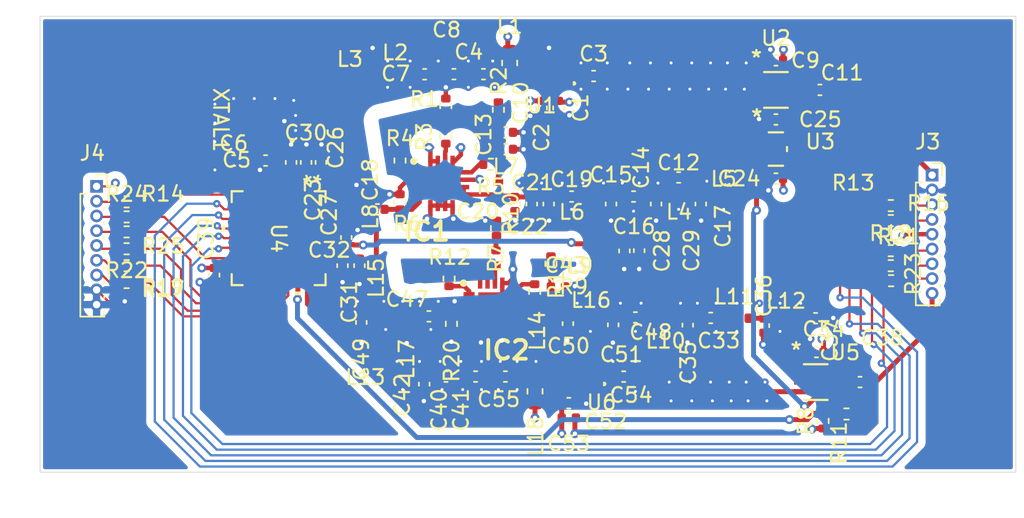
<source format=kicad_pcb>
(kicad_pcb (version 20240108) (generator "pcbnew") (generator_version "8.0")
  (layers (0 "F.Cu" signal) (1 "In1.Cu" signal) (2 "In2.Cu" signal) (31 "B.Cu" signal) (34 "B.Paste" user) (35 "F.Paste" user) (36 "B.SilkS" user "B.Silkscreen") (37 "F.SilkS" user "F.Silkscreen") (38 "B.Mask" user) (39 "F.Mask" user) (44 "Edge.Cuts" user))
  (net 0 "")
  (net 1 "GND")
  (net 2 "/ANT1")
  (net 3 "Net-(U1-RF_IN)")
  (net 4 "RFI_LF_LNA_IN")
  (net 5 "Net-(U1-RF_OUT)")
  (net 6 "RFI_LF_LNA_OUT")
  (net 7 "XTA")
  (net 8 "XTB")
  (net 9 "Net-(C7-Pad1)")
  (net 10 "Net-(C7-Pad2)")
  (net 11 "Net-(C10-Pad1)")
  (net 12 "Net-(U2-RFC)")
  (net 13 "/ANT2")
  (net 14 "Net-(C12-Pad2)")
  (net 15 "Net-(C12-Pad1)")
  (net 16 "LF_PA_OUT")
  (net 17 "Net-(IC1-RF_IN_1)")
  (net 18 "RFO_LF")
  (net 19 "Net-(IC1-RF_OUT{slash}VDD_1)")
  (net 20 "+3V3")
  (net 21 "Net-(U2-CTRL)")
  (net 22 "Net-(U4-VR_ANA)")
  (net 23 "VR_PA")
  (net 24 "Net-(U4-VR_DIG)")
  (net 25 "Net-(C33-Pad2)")
  (net 26 "Net-(C33-Pad1)")
  (net 27 "Net-(C36-Pad2)")
  (net 28 "Net-(U5-RFC)")
  (net 29 "Net-(C40-Pad1)")
  (net 30 "Net-(C40-Pad2)")
  (net 31 "RFI_HF_LNA_OUT")
  (net 32 "Net-(C43-Pad1)")
  (net 33 "Net-(IC2-RF_IN_1)")
  (net 34 "Net-(C47-Pad1)")
  (net 35 "Net-(C48-Pad1)")
  (net 36 "HF_PA_OUT")
  (net 37 "PA_BOOST")
  (net 38 "Net-(IC2-RF_OUT{slash}VDD_1)")
  (net 39 "Net-(U6-RF_IN)")
  (net 40 "RFI_HF_LNA_IN")
  (net 41 "Net-(U6-RF_OUT)")
  (net 42 "Net-(IC1-VEN1)")
  (net 43 "Net-(IC1-BIAS1)")
  (net 44 "Net-(IC1-BIAS2)")
  (net 45 "Net-(IC2-BIAS2)")
  (net 46 "Net-(IC2-VEN1)")
  (net 47 "Net-(IC2-BIAS1)")
  (net 48 "/DIO0")
  (net 49 "/DIO3")
  (net 50 "+5V")
  (net 51 "/DIO2")
  (net 52 "/DIO1")
  (net 53 "/DIO4")
  (net 54 "/MISO")
  (net 55 "/NSS")
  (net 56 "/SCK")
  (net 57 "/MOSI")
  (net 58 "/NRESET")
  (net 59 "/DIO5")
  (net 60 "RFI_LF")
  (net 61 "RFI_HF")
  (net 62 "Net-(R1-Pad2)")
  (net 63 "Net-(R10-Pad1)")
  (net 64 "RF_CONTROL")
  (net 65 "RF_CONTROL_SW")
  (net 66 "/DIO0_sx")
  (net 67 "/NRESET_sx")
  (net 68 "/DIO1_sx")
  (net 69 "/NSS_sx")
  (net 70 "/DIO2_sx")
  (net 71 "/MOSI_sx")
  (net 72 "/DIO3_sx")
  (net 73 "/MISO_sx")
  (net 74 "/DIO4_sx")
  (net 75 "/DIO5_sx")
  (net 76 "/SCK_sx")
  (net 91 "RF_HF_SW")
  (net 92 "RF_LF_SW")
  (footprint "Inductor_SMD:L_0402_1005Metric" (layer "F.Cu") (at 134.525 101.874 90)
    (property "Reference" "L9")
    (property "Value" "33nH")
  )
  (footprint "Capacitor_SMD:C_0402_1005Metric" (layer "F.Cu") (at 139.807 106.894 -90)
    (property "Reference" "C35")
    (property "Value" "8.2pF")
  )
  (footprint "Inductor_SMD:L_0402_1005Metric" (layer "F.Cu") (at 117.348 98.552 -90)
    (property "Reference" "L8")
    (property "Value" "18nH")
  )
  (footprint "Inductor_SMD:L_0402_1005Metric" (layer "F.Cu") (at 127 97.663 90)
    (property "Reference" "L7")
    (property "Value" "22nH")
  )
  (footprint "Capacitor_SMD:C_0402_1005Metric" (layer "F.Cu") (at 116.459 102.87 -90)
    (property "Reference" "C31")
    (property "Value" "47pF")
  )
  (footprint "PE4259:SC-70-6_PSM" (layer "F.Cu") (at 148.463 110.744)
    (property "Reference" "U5")
    (property "Value" "4259-63")
  )
  (footprint "Capacitor_SMD:C_0402_1005Metric" (layer "F.Cu") (at 148.455 106.426)
    (property "Reference" "C37")
    (property "Value" "3.3pF")
  )
  (footprint "Capacitor_SMD:C_0402_1005Metric" (layer "F.Cu") (at 131.064 92.202 -90)
    (property "Reference" "C1")
    (property "Value" "1u")
  )
  (footprint "Capacitor_SMD:C_0402_1005Metric" (layer "F.Cu") (at 136.267 106.374)
    (property "Reference" "C48")
    (property "Value" "100pF")
  )
  (footprint "Capacitor_SMD:C_0402_1005Metric" (layer "F.Cu") (at 107.7722 103.505 -90)
    (property "Reference" "C39")
    (property "Value" "100nF")
  )
  (footprint "Resistor_SMD:R_0402_1005Metric" (layer "F.Cu") (at 123.444 92.075 -90)
    (property "Reference" "R1")
    (property "Value" "50")
  )
  (footprint "Capacitor_SMD:C_0402_1005Metric" (layer "F.Cu") (at 117.729 106.711 -90)
    (property "Reference" "C49")
    (property "Value" "5.6pF")
  )
  (footprint "Inductor_SMD:L_0402_1005Metric" (layer "F.Cu") (at 139.164 98.194)
    (property "Reference" "L4")
    (property "Value" "12nH")
  )
  (footprint "Resistor_SMD:R_0402_1005Metric" (layer "F.Cu") (at 123.444 94.107 -90)
    (property "Reference" "R3")
    (property "Value" "0")
  )
  (footprint "Resistor_SMD:R_0402_1005Metric" (layer "F.Cu") (at 101.854 100.584 180)
    (property "Reference" "R25")
    (property "Value" "100")
  )
  (footprint "Resistor_SMD:R_0402_1005Metric" (layer "F.Cu") (at 153.563 103.886)
    (property "Reference" "R23")
    (property "Value" "100")
  )
  (footprint "Inductor_SMD:L_0402_1005Metric" (layer "F.Cu") (at 146.4562 106.426)
    (property "Reference" "L12")
    (property "Value" "5.6nH")
  )
  (footprint "Resistor_SMD:R_0402_1005Metric" (layer "F.Cu") (at 123.6628 103.747 -90)
    (property "Reference" "R12")
    (property "Value" "4.75k")
  )
  (footprint "Capacitor_SMD:C_0402_1005Metric" (layer "F.Cu") (at 111.252 95.758 180)
    (property "Reference" "C5")
    (property "Value" "15pF")
  )
  (footprint "Capacitor_SMD:C_0402_1005Metric" (layer "F.Cu") (at 137.668 98.702 90)
    (property "Reference" "C16")
    (property "Value" "6.8pF")
  )
  (footprint "Inductor_SMD:L_0402_1005Metric" (layer "F.Cu") (at 120.4595 110.374999)
    (property "Reference" "L13")
    (property "Value" "10nH")
  )
  (footprint "Resistor_SMD:R_0402_1005Metric" (layer "F.Cu") (at 127 92.329 -90)
    (property "Reference" "R2")
    (property "Value" "0")
  )
  (footprint "Capacitor_SMD:C_0402_1005Metric" (layer "F.Cu") (at 128.115 98.702 -90)
    (property "Reference" "C20")
    (property "Value" "12pF")
  )
  (footprint "Resistor_SMD:R_0402_1005Metric" (layer "F.Cu") (at 153.545 98.806)
    (property "Reference" "R13")
    (property "Value" "100")
  )
  (footprint "SX1276IMLTRT:QFN28_6X6_SEM" (layer "F.Cu") (at 112.135158 101.009958 -90)
    (property "Reference" "U4")
    (property "Value" "SX1276IMLTRT")
  )
  (footprint "Capacitor_SMD:C_0402_1005Metric" (layer "F.Cu") (at 134.62 98.702 -90)
    (property "Reference" "C15")
    (property "Value" "4.7pF")
  )
  (footprint "Capacitor_SMD:C_0402_1005Metric" (layer "F.Cu") (at 131.953 98.194)
    (property "Reference" "C19")
    (property "Value" "100pF")
  )
  (footprint "Capacitor_SMD:C_0402_1005Metric" (layer "F.Cu") (at 127.508 93.853)
    (property "Reference" "C10")
    (property "Value" "0.1uF")
  )
  (footprint "Resistor_SMD:R_0402_1005Metric" (layer "F.Cu") (at 126.492 96.012)
    (property "Reference" "R5")
    (property "Value" "0")
  )
  (footprint "Capacitor_SMD:C_0402_1005Metric" (layer "F.Cu") (at 121.9835 110.882999 -90)
    (property "Reference" "C42")
    (property "Value" "3.3pF")
  )
  (footprint "Connector_PinSocket_1.00mm:PinSocket_1x09_P1.00mm_Vertical" (layer "F.Cu") (at 99.822 97.505)
    (property "Reference" "J4")
    (property "Value" "Conn_01x09_Pin")
  )
  (footprint "Inductor_SMD:L_0402_1005Metric" (layer "F.Cu") (at 119.9769 89.916001)
    (property "Reference" "L2")
    (property "Value" "4.7pH")
  )
  (footprint "Capacitor_SMD:C_0402_1005Metric" (layer "F.Cu") (at 127.477 110.371)
    (property "Reference" "C55")
    (property "Value" "100p")
  )
  (footprint "Connector_PinSocket_1.00mm:PinSocket_1x09_P1.00mm_Vertical" (layer "F.Cu") (at 156.337 96.743)
    (property "Reference" "J3")
    (property "Value" "Conn_01x09_Pin")
  )
  (footprint "GRF5112:QFN50P300X300X90-17N" (layer "F.Cu") (at 126.516 105.549)
    (property "Reference" "IC2")
    (property "Value" "GRF5112" (hide yes))
  )
  (footprint "Capacitor_SMD:C_0402_1005Metric" (layer "F.Cu") (at 123.9925 89.916001)
    (property "Reference" "C8")
    (property "Value" "47pF")
  )
  (footprint "Inductor_SMD:L_0402_1005Metric" (layer "F.Cu") (at 118.4529 89.416 -90)
    (property "Reference" "L3")
    (property "Value" "18nH")
  )
  (footprint "Resistor_SMD:R_0402_1005Metric" (layer "F.Cu") (at 126.8378 102.35 -90)
    (property "Reference" "R10")
    (property "Value" "0")
  )
  (footprint "Capacitor_SMD:C_0402_1005Metric" (layer "F.Cu") (at 133.4417 90.043 180)
    (property "Reference" "C3")
    (property "Value" "100p")
  )
  (footprint "Capacitor_SMD:C_0402_1005Metric" (layer "F.Cu") (at 145.773051 88.981001 180)
    (property "Reference" "C9")
    (property "Value" "1nF")
  )
  (footprint "Capacitor_SMD:C_0402_1005Metric" (layer "F.Cu") (at 136.144 98.194)
    (property "Reference" "C14")
    (property "Value" "15nF")
  )
  (footprint "Inductor_SMD:L_0402_1005Metric" (layer "F.Cu") (at 133.477 98.702 90)
    (property "Reference" "L6")
    (property "Value" "82nH")
  )
  (footprint "NC7SZ04:SC-88A-5_1P35X2P2_ONS" (layer "F.Cu") (at 145.773051 94.981001)
    (property "Reference" "U3")
    (property "Value" "NC7SZ04P5X")
  )
  (footprint "Capacitor_SMD:C_0402_1005Metric" (layer "F.Cu") (at 118.8212 99.06)
    (property "Reference" "C18")
    (property "Value" "12pf")
  )
  (footprint "Capacitor_SMD:C_0402_1005Metric" (layer "F.Cu") (at 148.747051 90.981001)
    (property "Reference" "C11")
    (property "Value" "47pF")
  )
  (footprint "Resistor_SMD:R_0402_1005Metric" (layer "F.Cu") (at 148.963 113.373 90)
    (property "Reference" "R8")
    (property "Value" "1k")
  )
  (footprint "Inductor_SMD:L_0402_1005Metric" (layer "F.Cu") (at 143.4562 106.426)
    (property "Reference" "L11")
    (property "Value" "5.6nH")
  )
  (footprint "Resistor_SMD:R_0402_1005Metric" (layer "F.Cu") (at 120.3452 98.552 90)
    (property "Reference" "R6")
    (property "Value" "15k")
  )
  (footprint "Capacitor_SMD:C_0402_1005Metric" (layer "F.Cu") (at 129.258 98.702 -90)
    (property "Reference" "C21")
    (property "Value" "15pF")
  )
  (footprint "Inductor_SMD:L_0402_1005Metric" (layer "F.Cu") (at 133.267 106.374)
    (property "Reference" "L16")
    (property "Value" "3.9nH")
  )
  (footprint "Capacitor_SMD:C_0402_1005Metric" (layer "F.Cu") (at 122.301 106.299)
    (property "Reference" "C47")
    (property "Value" "12pf")
  )
  (footprint "Inductor_SMD:L_0402_1005Metric" (layer "F.Cu") (at 120.777 106.703 90)
    (property "Reference" "L17")
    (property "Value" "2.4nH")
  )
  (footprint "Capacitor_SMD:C_0402_1005Metric" (layer "F.Cu") (at 116.713 100.965 90)
    (property "Reference" "C27")
    (property "Value" "10nF")
  )
  (footprint "Resistor_SMD:R_0402_1005Metric" (layer "F.Cu") (at 101.854 104.013 180)
    (property "Reference" "R17")
    (property "Value" "100")
  )
  (footprint "Capacitor_SMD:C_0402_1005Metric" (layer "F.Cu") (at 129.921 92.202 -90)
    (property "Reference" "C2")
    (property "Value" "100p")
  )
  (footprint "Capacitor_SMD:C_0402_1005Metric" (layer "F.Cu") (at 135.525 101.874 -90)
    (property "Reference" "C28")
    (property "Value" "47nF")
  )
  (footprint "Inductor_SMD:L_0603_1608Metric" (layer "F.Cu") (at 127.762 89.158 -90)
    (property "Reference" "L1")
    (property "Value" "68n")
  )
  (footprint "Resistor_SMD:R_0402_1005Metric" (layer "F.Cu") (at 123.825 106.807 -90)
    (property "Reference" "R20")
    (property "Value" "15k")
  )
  (footprint "Capacitor_SMD:C_0402_1005Metric" (layer "F.Cu") (at 122.0089 89.924)
    (property "Reference" "C7")
    (property "Value" "47pF")
  )
  (footprint "Resistor_SMD:R_0402_1005Metric" (layer "F.Cu") (at 153.545 99.822)
    (property "Reference" "R16")
    (property "Value" "100")
  )
  (footprint "Capacitor_SMD:C_0402_1005Metric" (layer "F.Cu") (at 130.401 98.702 -90)
    (property "Reference" "C22")
    (property "Value" "1pF")
  )
  (footprint "Inductor_SMD:L_0402_1005Metric" (layer "F.Cu") (at 130.597 105.779 90)
    (property "Reference" "L14")
    (property "Value" "3.3nH")
  )
  (footprint "Capacitor_SMD:C_0402_1005Metric" (layer "F.Cu") (at 114.9952 95.885 -90)
    (property "Reference" "C26")
    (property "Value" "100nF")
  )
  (footprint "Capacitor_SMD:C_0402_1005Metric" (layer "F.Cu") (at 113.9952 95.885 90)
    (property "Reference" "C23")
    (property "Value" "100nF")
  )
  (footprint "Capacitor_SMD:C_0402_1005Metric" (layer "F.Cu") (at 131.7625 113.168999)
    (property "Reference" "C52")
    (property "Value" "1u")
  )
  (footprint "ul_TQP3M9036:DFN8_2x2_QOR" (layer "F.Cu") (at 132.4737 110.120999 180)
    (property "Reference" "U6")
    (property "Value" "TQP3M9036")
  )
  (footprint "Capacitor_SMD:C_0402_1005Metric" (layer "F.Cu") (at 131.0288 104.295)
    (property "Reference" "C43")
    (property "Value" "0.1uF")
  )
  (footprint "Inductor_SMD:L_0603_1608Metric" (layer "F.Cu") (at 129.477 111.371 90)
    (property "Reference" "L18")
    (property "Value" "68n")
  )
  (footprint "Capacitor_SMD:C_0402_1005Metric" (layer "F.Cu") (at 145.773051 96.981001 180)
    (property "Reference" "C24")
    (property "Value" "100nF")
  )
  (footprint "Capacitor_SMD:C_0402_1005Metric" (layer "F.Cu") (at 131.703 106.795 -90)
    (property "Reference" "C50")
    (property "Value" "18pF")
  )
  (footprint "Capacitor_SMD:C_0402_1005Metric" (layer "F.Cu") (at 139.192 96.901)
    (property "Reference" "C12")
    (property "Value" "2.7pF")
  )
  (footprint "Inductor_SMD:L_0402_1005Metric" (layer "F.Cu") (at 138.307 106.414)
    (property "Reference" "L10")
    (property "Value" "1.5nH")
  )
  (footprint "Capacitor_SMD:C_0402_1005Metric" (layer "F.Cu") (at 144.9562 106.926 90)
    (property "Reference" "C36")
    (property "Value" "6.8pF")
  )
  (footprint "Resistor_SMD:R_0402_1005Metric" (layer "F.Cu") (at 126.873 100.33 -90)
    (property "Reference" "R7")
    (property "Value" "50")
  )
  (footprint "Resistor_SMD:R_0402_1005Metric" (layer "F.Cu") (at 101.854 98.552 180)
    (property "Reference" "R14")
    (property "Value" "100")
  )
  (footprint "Resistor_SMD:R_0402_1005Metric" (layer "F.Cu") (at 101.854 101.727 180)
    (property "Reference" "R22")
    (property "Value" "100")
  )
  (footprint "Capacitor_SMD:C_0402_1005Metric" (layer "F.Cu") (at 123.457 110.371)
    (property "Reference" "C40")
    (property "Value" "47pF")
  )
  (footprint "Capacitor_SMD:C_0402_1005Metric" (layer "F.Cu") (at 140.688 98.702 90)
    (property "Reference" "C17")
    (property "Value" "6.8pF")
  )
  (footprint "Resistor_SMD:R_0402_1005Metric" (layer "F.Cu") (at 130.556 102.743 -90)
    (property "Reference" "R9")
    (property "Value" "0")
  )
  (footprint "Capacitor_SMD:C_0402_1005Metric" (layer "F.Cu") (at 109.093 95.758)
    (property "Reference" "C6")
    (property "Value" "15pF")
  )
  (footprint "NX2016SA_32M_EXS00A_CS06465:NX2016SA_NDK" (layer "F.Cu") (at 110.49 93.726 180)
    (property "Reference" "XTAL1")
    (property "Value" "NX2016SA-32M-EXS00A-CS06465")
  )
  (footprint "Capacitor_SMD:C_0402_1005Metric" (layer "F.Cu") (at 151.463 110.744 180)
    (property "Reference" "C38")
    (property "Value" "47pF")
  )
  (footprint "Inductor_SMD:L_0402_1005Metric" (layer "F.Cu") (at 142.24 98.171)
    (property "Reference" "L5")
    (property "Value" "47pH")
  )
  (footprint "ul_TQP3M9036:DFN8_2x2_QOR" (layer "F.Cu") (at 130.429 89.793 180)
    (property "Reference" "U1")
    (property "Value" "TQP3M9036")
  )
  (footprint "Capacitor_SMD:C_0402_1005Metric" (layer "F.Cu") (at 141.3622 106.406)
    (property "Reference" "C33")
    (property "Value" "22pF")
  )
  (footprint "Capacitor_SMD:C_0402_1005Metric" (layer "F.Cu") (at 136.525 101.854 -90)
    (property "Reference" "C29")
    (property "Value" "47nF")
  )
  (footprint "Capacitor_SMD:C_0402_1005Metric" (layer "F.Cu") (at 117.602 102.87 90)
    (property "Reference" "C32")
    (property "Value" "100nF")
  )
  (footprint "Resistor_SMD:R_0402_1005Metric" (layer "F.Cu") (at 120.3452 95.758 -90)
    (property "Reference" "R4")
    (property "Value" "6k")
  )
  (footprint "Resistor_SMD:R_0402_1005Metric" (layer "F.Cu") (at 129.454 104.636 -90)
    (property "Reference" "R15")
    (property "Value" "50")
  )
  (footprint "GRF5112:QFN50P300X300X90-17N" (layer "F.Cu") (at 123.1512 97.306)
    (property "Reference" "IC1")
    (property "Value" "GRF5112" (hide yes))
  )
  (footprint "Capacitor_SMD:C_0402_1005Metric" (layer "F.Cu") (at 125.9925 89.916001)
    (property "Reference" "C4")
    (property "Value" "100p")
  )
  (footprint "Capacitor_SMD:C_0402_1005Metric" (layer "F.Cu") (at 135.477 110.374999 180)
    (property "Reference" "C54")
    (property "Value" "100p")
  )
  (footprint "Capacitor_SMD:C_0402_1005Metric" (layer "F.Cu") (at 145.773051 92.981001 180)
    (property "Reference" "C25")
    (property "Value" "1nF")
  )
  (footprint "Capacitor_SMD:C_0402_1005Metric" (layer "F.Cu") (at 127.508 94.996)
    (property "Reference" "C13")
    (property "Value" "100pF")
  )
  (footprint "Capacitor_SMD:C_0402_1005Metric" (layer "F.Cu") (at 112.9792 95.885 -90)
    (property "Reference" "C30")
    (property "Value" "100nF")
  )
  (footprint "Resistor_SMD:R_0402_1005Metric" (layer "F.Cu") (at 153.543 101.854)
    (property "Reference" "R18")
    (property "Value" "100")
  )
  (footprint "Capacitor_SMD:C_0402_1005Metric" (layer "F.Cu") (at 131.7625 112.168999)
    (property "Reference" "C53")
    (property "Value" "100p")
  )
  (footprint "Resistor_SMD:R_0402_1005Metric" (layer "F.Cu") (at 150.5458 112.903)
    (property "Reference" "R11")
    (property "Value" "100")
  )
  (footprint "Inductor_SMD:L_0402_1005Metric" (layer "F.Cu") (at 119.253 106.243)
    (property "Reference" "L15")
    (property "Value" "3.3nH")
  )
  (footprint "Capacitor_SMD:C_0402_1005Metric" (layer "F.Cu") (at 148.5138 108.712 180)
    (property "Reference" "C34")
    (property "Value" "1nF")
  )
  (footprint "PE4259:SC-70-6_PSM" (layer "F.Cu") (at 145.773051 90.981001)
    (property "Reference" "U2")
    (property "Value" "4259-63")
  )
  (footprint "Capacitor_SMD:C_0402_1005Metric" (layer "F.Cu") (at 134.767 106.874 -90)
    (property "Reference" "C51")
    (property "Value" "6.2pF")
  )
  (footprint "Resistor_SMD:R_0402_1005Metric" (layer "F.Cu") (at 101.854 102.87 180)
    (property "Reference" "R19")
    (property "Value" "100")
  )
  (footprint "Resistor_SMD:R_0402_1005Metric" (layer "F.Cu") (at 101.854 99.568 180)
    (property "Reference" "R24")
    (property "Value" "100")
  )
  (footprint "Resistor_SMD:R_0402_1005Metric" (layer "F.Cu") (at 153.543 102.87)
    (property "Reference" "R21")
    (property "Value" "100")
  )
  (footprint "Capacitor_SMD:C_0402_1005Metric" (layer "F.Cu") (at 125.457 110.371)
    (property "Reference" "C41")
    (property "Value" "47pF")
  )
  (gr_line (start 96 115) (end 96 86) (stroke (width 0.05)) (layer "Edge.Cuts"))
  (gr_line (start 96 115) (end 96 116.84) (stroke (width 0.05)) (layer "Edge.Cuts"))
  (gr_line (start 162 86) (end 162 115) (stroke (width 0.05)) (layer "Edge.Cuts"))
  (gr_line (start 162 115) (end 162 116.84) (stroke (width 0.05)) (layer "Edge.Cuts"))
  (gr_line (start 162 116.84) (end 96 116.84) (stroke (width 0.05)) (layer "Edge.Cuts"))
  (gr_line (start 96 86) (end 162 86) (stroke (width 0.05)) (layer "Edge.Cuts"))
  (segment (start 100.647 105.283) (end 100.838 105.283) (width 0.1524) (layer "F.Cu") (net 1))
  (segment (start 147.3962 110.744) (end 148.1252 110.744) (width 0.3353) (layer "F.Cu") (net 1))
  (segment (start 120.777 108.0852) (end 120.7998 108.108) (width 0.3353) (layer "F.Cu") (net 1))
  (segment (start 122.4012 95.806) (end 122.4012 95.0962) (width 0.3) (layer "F.Cu") (net 1))
  (segment (start 132.0448 104.255) (end 132.1718 104.255) (width 0.3353) (layer "F.Cu") (net 1))
  (segment (start 140.688 99.182) (end 140.688 99.667) (width 0.3353) (layer "F.Cu") (net 1))
  (segment (start 144.789051 92.981001) (end 144.757051 92.949001) (width 0.3353) (layer "F.Cu") (net 1))
  (segment (start 132.754998 112.168999) (end 132.718999 112.168999) (width 0.3353) (layer "F.Cu") (net 1))
  (segment (start 128.115 99.182) (end 128.115 99.794) (width 0.3353) (layer "F.Cu") (net 1))
  (segment (start 148.463 110.4062) (end 148.463 109.78423) (width 0.3353) (layer "F.Cu") (net 1))
  (segment (start 122.4012 95.0962) (end 122.301 94.996) (width 0.3) (layer "F.Cu") (net 1))
  (segment (start 129.8676 92.7354) (end 129.921 92.682) (width 0.3353) (layer "F.Cu") (net 1))
  (segment (start 120.876 97.056) (end 120.3452 97.5868) (width 0.3) (layer "F.Cu") (net 1))
  (segment (start 148.9824 106.426) (end 149.5076 106.426) (width 0.3353) (layer "F.Cu") (net 1))
  (segment (start 149.6534 106.2802) (end 149.5264 106.4072) (width 0.3353) (layer "F.Cu") (net 1))
  (segment (start 127.6788 104.049) (end 127.8538 103.874) (width 0.3) (layer "F.Cu") (net 1))
  (segment (start 131.703 107.7718) (end 131.6638 107.811) (width 0.3353) (layer "F.Cu") (net 1))
  (segment (start 118.491 88.142) (end 118.4529 88.3579) (width 0.3353) (layer "F.Cu") (net 1))
  (segment (start 125.766 107.049) (end 125.766 107.7552) (width 0.3) (layer "F.Cu") (net 1))
  (segment (start 134.767 108.057) (end 134.767 107.354) (width 0.3353) (layer "F.Cu") (net 1))
  (segment (start 118.4529 88.931) (end 118.491 88.142) (width 0.3353) (layer "F.Cu") (net 1))
  (segment (start 123.9012 98.806) (end 123.9012 99.5172) (width 0.3) (layer "F.Cu") (net 1))
  (segment (start 117.729 107.191) (end 117.729 107.7042) (width 0.3353) (layer "F.Cu") (net 1))
  (segment (start 111.72 93.051) (end 111.2139 93.051) (width 0.3353) (layer "F.Cu") (net 1))
  (segment (start 132.937 112.204998) (end 132.754998 112.168999) (width 0.3353) (layer "F.Cu") (net 1))
  (segment (start 139.807 107.9228) (end 139.7918 107.938) (width 0.3353) (layer "F.Cu") (net 1))
  (segment (start 131.802001 92.6973) (end 131.0793 92.6973) (width 0.3353) (layer "F.Cu") (net 1))
  (segment (start 129.258 99.794) (end 129.286 99.822) (width 0.3353) (layer "F.Cu") (net 1))
  (segment (start 149.5264 106.4072) (end 149.6534 106.4072) (width 0.3353) (layer "F.Cu") (net 1))
  (segment (start 127.266 107.049) (end 127.266 107.7638) (width 0.3) (layer "F.Cu") (net 1))
  (segment (start 128.7018 94.996) (end 127.988 94.996) (width 0.3353) (layer "F.Cu") (net 1))
  (segment (start 144.757051 92.949001) (end 144.630051 92.949001) (width 0.3353) (layer "F.Cu") (net 1))
  (segment (start 114.9952 95.405) (end 114.9952 94.818522) (width 0.3) (layer "F.Cu") (net 1))
  (segment (start 134.747 108.077) (end 134.767 108.057) (width 0.3353) (layer "F.Cu") (net 1))
  (segment (start 117.729 107.7042) (end 117.7518 107.727) (width 0.3353) (layer "F.Cu") (net 1))
  (segment (start 145.5204 90.039552) (end 145.2664 89.785552) (width 0.3353) (layer "F.Cu") (net 1))
  (segment (start 100.838 105.283) (end 100.6 105.283) (width 0.1524) (layer "F.Cu") (net 1))
  (segment (start 101.727 105.283) (end 100.838 105.283) (width 0.1524) (layer "F.Cu") (net 1))
  (segment (start 107.8092 104.022) (end 107.7722 103.985) (width 0.3) (layer "F.Cu") (net 1))
  (segment (start 139.6648 108.065) (end 139.7918 107.938) (width 0.3353) (layer "F.Cu") (net 1))
  (segment (start 117.348 97.4598) (end 117.3988 97.409) (width 0.3353) (layer "F.Cu") (net 1))
  (segment (start 140.716 99.822) (end 140.843 99.822) (width 0.3353) (layer "F.Cu") (net 1))
  (segment (start 115.41893 102.30993) (end 116.459 103.35) (width 0.25) (layer "F.Cu") (net 1))
  (segment (start 100.5285 105.2115) (end 99.822 104.505) (width 0.1524) (layer "F.Cu") (net 1))
  (segment (start 136.525 102.334) (end 136.525 103.096) (width 0.3353) (layer "F.Cu") (net 1))
  (segment (start 126.766 105.299) (end 126.516 105.549) (width 0.3) (layer "F.Cu") (net 1))
  (segment (start 126.516 105.549) (end 127.266 104.799) (width 0.3) (layer "F.Cu") (net 1))
  (segment (start 125.349 97.056) (end 125.575 97.056) (width 0.3) (layer "F.Cu") (net 1))
  (segment (start 112.135158 101.009958) (end 110.1852 102.959916) (width 0.3) (layer "F.Cu") (net 1))
  (segment (start 124.079 99.695) (end 123.952 99.568) (width 0.3) (layer "F.Cu") (net 1))
  (segment (start 134.62 99.822) (end 134.62 99.182) (width 0.3353) (layer "F.Cu") (net 1))
  (segment (start 125.73 97.028) (end 125.73 96.901) (width 0.3) (layer "F.Cu") (net 1))
  (segment (start 99.822 105.505) (end 100.425 105.505) (width 0.1524) (layer "F.Cu") (net 1))
  (segment (start 137.668 99.822) (end 137.668 99.182) (width 0.3353) (layer "F.Cu") (net 1))
  (segment (start 135.5808 102.271) (end 135.6008 102.251) (width 0.3353) (layer "F.Cu") (net 1))
  (segment (start 128.7018 93.853) (end 128.3208 93.853) (width 0.3353) (layer "F.Cu") (net 1))
  (segment (start 126.111 99.822) (end 126.365 99.822) (width 0.3353) (layer "F.Cu") (net 1))
  (segment (start 117.475 100.457) (end 117.094 100.457) (width 0.3353) (layer "F.Cu") (net 1))
  (segment (start 122.301 94.996) (end 122.301 94.869) (width 0.3) (layer "F.Cu") (net 1))
  (segment (start 131.703 107.275) (end 131.703 107.7718) (width 0.3353) (layer "F.Cu") (net 1))
  (segment (start 148.463 109.78423) (end 148.0338 109.35503) (width 0.3353) (layer "F.Cu") (net 1))
  (segment (start 145.293051 88.476001) (end 145.392051 88.377001) (width 0.3353) (layer "F.Cu") (net 1))
  (segment (start 144.927 107.4352) (end 144.9562 107.406) (width 0.3353) (layer "F.Cu") (net 1))
  (segment (start 123.9012 99.5172) (end 123.952 99.568) (width 0.3) (layer "F.Cu") (net 1))
  (segment (start 126.266 105.299) (end 126.516 105.549) (width 0.3) (layer "F.Cu") (net 1))
  (segment (start 132.0048 104.295) (end 132.0448 104.255) (width 0.3353) (layer "F.Cu") (net 1))
  (segment (start 139.807 107.374) (end 139.807 107.9228) (width 0.3353) (layer "F.Cu") (net 1))
  (segment (start 117.348 98.067) (end 117.348 97.4598) (width 0.3353) (layer "F.Cu") (net 1))
  (segment (start 113.9952 95.405) (end 113.9952 94.691) (width 0.3) (layer "F.Cu") (net 1))
  (segment (start 120.3452 98.042) (end 119.89 98.042) (width 0.3353) (layer "F.Cu") (net 1))
  (segment (start 117.066 100.485) (end 117.475 100.457) (width 0.3353) (layer "F.Cu") (net 1))
  (segment (start 120.3452 97.915) (end 120.3452 97.5868) (width 0.3) (layer "F.Cu") (net 1))
  (segment (start 117.7518 108.108) (end 117.7518 107.727) (width 0.3353) (layer "F.Cu") (net 1))
  (segment (start 124.333 95.504) (end 124.46 95.377) (width 0.3) (layer "F.Cu") (net 1))
  (segment (start 123.571 98.806) (end 123.9012 98.806) (width 0.3) (layer "F.Cu") (net 1))
  (segment (start 106.807 103.985) (end 107.7722 103.985) (width 0.3) (layer "F.Cu") (net 1))
  (segment (start 115.081558 102.30993) (end 115.41893 102.30993) (width 0.25) (layer "F.Cu") (net 1))
  (segment (start 127.266 107.7638) (end 127.2188 107.811) (width 0.3) (layer "F.Cu") (net 1))
  (segment (start 144.706251 90.981001) (end 145.201051 90.981001) (width 0.3353) (layer "F.Cu") (net 1))
  (segment (start 145.392051 88.250001) (end 145.519051 88.250001) (width 0.3353) (layer "F.Cu") (net 1))
  (segment (start 112.135158 101.009958) (end 113.43513 102.30993) (width 0.3) (layer "F.Cu") (net 1))
  (segment (start 139.7918 107.938) (end 139.7918 108.065) (width 0.3353) (layer "F.Cu") (net 1))
  (segment (start 131.5088 104.295) (end 132.0048 104.295) (width 0.3353) (layer "F.Cu") (net 1))
  (segment (start 116.459 103.35) (end 116.459 103.985) (width 0.3353) (layer "F.Cu") (net 1))
  (segment (start 129.159 92.7354) (end 129.8676 92.7354) (width 0.3353) (layer "F.Cu") (net 1))
  (segment (start 145.265051 97.775001) (end 145.293051 97.493001) (width 0.3353) (layer "F.Cu") (net 1))
  (segment (start 110.772 95.758) (end 109.573 95.758) (width 0.2) (layer "F.Cu") (net 1))
  (segment (start 132.1718 104.128) (end 132.0448 104.255) (width 0.3353) (layer "F.Cu") (net 1))
  (segment (start 127.266 104.799) (end 127.266 104.049) (width 0.3) (layer "F.Cu") (net 1))
  (segment (start 127.0918 107.938) (end 127.2188 107.811) (width 0.3) (layer "F.Cu") (net 1))
  (segment (start 127.9808 103.747) (end 127.9808 103.112) (width 0.3) (layer "F.Cu") (net 1))
  (segment (start 110.772 96.294) (end 110.871 96.393) (width 0.2) (layer "F.Cu") (net 1))
  (segment (start 148.0338 107.8712) (end 148.082 107.823) (width 0.3353) (layer "F.Cu") (net 1))
  (segment (start 122.174 94.869) (end 122.301 94.996) (width 0.3) (layer "F.Cu") (net 1))
  (segment (start 140.716 99.695) (end 140.716 99.822) (width 0.3353) (layer "F.Cu") (net 1))
  (segment (start 140.688 99.667) (end 140.716 99.695) (width 0.3353) (layer "F.Cu") (net 1))
  (segment (start 124.3258 105.299) (end 125.016 105.299) (width 0.3) (layer "F.Cu") (net 1))
  (segment (start 119.634 98.044) (end 119.888 98.044) (width 0.3353) (layer "F.Cu") (net 1))
  (segment (start 145.201051 90.981001) (end 145.5204 90.661652) (width 0.3353) (layer "F.Cu") (net 1))
  (segment (start 123.952 99.695) (end 124.079 99.695) (width 0.3) (layer "F.Cu") (net 1))
  (segment (start 121.6512 97.056) (end 120.876 97.056) (width 0.3) (layer "F.Cu") (net 1))
  (segment (start 124.46 95.377) (end 124.46 94.869) (width 0.3) (layer "F.Cu") (net 1))
  (segment (start 148.1252 110.744) (end 148.463 110.4062) (width 0.3353) (layer "F.Cu") (net 1))
  (segment (start 101.727 105.283) (end 101.6 105.156) (width 0.1524) (layer "F.Cu") (net 1))
  (segment (start 145.293051 88.981001) (end 145.293051 88.476001) (width 0.3353) (layer "F.Cu") (net 1))
  (segment (start 112.135158 101.009958) (end 112.785144 100.359972) (width 0.3) (layer "F.Cu") (net 1))
  (segment (start 111.76 93.091) (end 111.72 93.051) (width 0.3353) (layer "F.Cu") (net 1))
  (segment (start 132.175 113.982998) (end 132.175 113.236499) (width 0.3353) (layer "F.Cu") (net 1))
  (segment (start 123.1512 97.306) (end 123.547 97.306) (width 0.2) (layer "F.Cu") (net 1))
  (segment (start 145.392051 88.377001) (end 145.392051 88.250001) (width 0.3353) (layer "F.Cu") (net 1))
  (segment (start 128.016 105.299) (end 126.766 105.299) (width 0.3) (layer "F.Cu") (net 1))
  (segment (start 123.4012 98.806) (end 123.571 98.806) (width 0.3) (layer "F.Cu") (net 1))
  (segment (start 127.2188 107.811) (end 127.2188 107.938) (width 0.3) (layer "F.Cu") (net 1))
  (segment (start 144.630051 92.822001) (end 144.757051 92.949001) (width 0.3353) (layer "F.Cu") (net 1))
  (segment (start 125.8218 108.065) (end 125.8218 107.811) (width 0.3) (layer "F.Cu") (net 1))
  (segment (start 110.1852 102.959916) (end 110.1852 103.956358) (width 0.3) (layer "F.Cu") (net 1))
  (segment (start 109.7661 95.5649) (end 109.573 95.758) (width 0.2) (layer "F.Cu") (net 1))
  (segment (start 148.0338 109.35503) (end 148.0338 108.712) (width 0.3353) (layer "F.Cu") (net 1))
  (segment (start 144.734102 96.422052) (end 145.293051 96.981001) (width 0.3353) (layer "F.Cu") (net 1))
  (segment (start 115.0302 94.853522) (end 115.0302 94.672) (width 0.3) (layer "F.Cu") (net 1))
  (segment (start 145.2664 89.007652) (end 145.293051 88.981001) (width 0.3353) (layer "F.Cu") (net 1))
  (segment (start 116.713 100.485) (end 117.066 100.485) (width 0.3353) (layer "F.Cu") (net 1))
  (segment (start 122.9012 95.806) (end 122.4012 95.806) (width 0.3) (layer "F.Cu") (net 1))
  (segment (start 123.571 98.806) (end 122.9012 98.806) (width 0.3) (layer "F.Cu") (net 1))
  (segment (start 124.46 94.869) (end 124.46 95.123) (width 0.3) (layer "F.Cu") (net 1))
  (segment (start 109.7661 94.401) (end 109.7661 95.5649) (width 0.2) (layer "F.Cu") (net 1))
  (segment (start 127.266 104.049) (end 127.6788 104.049) (width 0.3) (layer "F.Cu") (net 1))
  (segment (start 117.602 103.35) (end 117.602 104.112) (width 0.3353) (layer "F.Cu") (net 1))
  (segment (start 132.1718 104.255) (end 132.1718 104.128) (width 0.3353) (layer "F.Cu") (net 1))
  (segment (start 144.927 108.204) (end 144.927 107.4352) (width 0.3353) (layer "F.Cu") (net 1))
  (segment (start 135.525 102.354) (end 135.525 103.08) (width 0.3353) (layer "F.Cu") (net 1))
  (segment (start 126.266 107.049) (end 125.766 107.049) (width 0.3) (layer "F.Cu") (net 1))
  (segment (start 131.6638 107.811) (end 131.6638 107.938) (width 0.3353) (layer "F.Cu") (net 1))
  (segment (start 109.7661 94.401) (end 109.8639 94.401) (width 0.2) (layer "F.Cu") (net 1))
  (segment (start 127.9808 103.112) (end 127.9808 103.366) (width 0.3) (layer "F.Cu") (net 1))
  (segment (start 116.713 100.485) (end 116.587972 100.359972) (width 0.3353) (layer "F.Cu") (net 1))
  (segment (start 145.5204 90.661652) (end 145.5204 90.039552) (width 0.3353) (layer "F.Cu") (net 1))
  (segment (start 122.9012 98.806) (end 122.4012 98.806) (width 0.3) (layer "F.Cu") (net 1))
  (segment (start 119.89 98.042) (end 119.634 98.044) (width 0.3353) (layer "F.Cu") (net 1))
  (segment (start 126.766 107.049) (end 126.266 107.049) (width 0.3) (layer "F.Cu") (net 1))
  (segment (start 122.4012 98.806) (end 122.4012 99.4678) (width 0.3) (layer "F.Cu") (net 1))
  (segment (start 112.522 93.091) (end 111.76 93.091) (width 0.3353) (layer "F.Cu") (net 1))
  (segment (start 125.603 97.028) (end 125.73 97.028) (width 0.3) (layer "F.Cu") (net 1))
  (segment (start 116.459 103.985) (end 116.459 103.858) (width 0.3353) (layer "F.Cu") (net 1))
  (segment (start 145.293051 96.981001) (end 145.265051 97.775001) (width 0.3353) (layer "F.Cu") (net 1))
  (segment (start 125.73 96.901) (end 125.603 97.028) (width 0.3) (layer "F.Cu") (net 1))
  (segment (start 144.734102 95.631) (end 144.734102 96.422052) (width 0.3353) (layer "F.Cu") (net 1))
  (segment (start 124.031 95.806) (end 124.333 95.504) (width 0.3) (layer "F.Cu") (net 1))
  (segment (start 130.401 99.182) (end 130.401 99.794) (width 0.3353) (layer "F.Cu") (net 1))
  (segment (start 100.425 105.505) (end 100.647 105.283) (width 0.1524) (layer "F.Cu") (net 1))
  (segment (start 126.367 99.82) (end 126.111 99.822) (width 0.3353) (layer "F.Cu") (net 1))
  (segment (start 128.115 99.794) (end 128.143 99.822) (width 0.3353) (layer "F.Cu") (net 1))
  (segment (start 120.777 107.188) (end 120.777 108.0852) (width 0.3353) (layer "F.Cu") (net 1))
  (segment (start 114.9952 94.818522) (end 115.0302 94.853522) (width 0.3) (layer "F.Cu") (net 1))
  (segment (start 116.459 103.35) (end 117.602 103.35) (width 0.25) (layer "F.Cu") (net 1))
  (segment (start 125.575 97.056) (end 125.603 97.028) (width 0.3) (layer "F.Cu") (net 1))
  (segment (start 145.2664 89.785552) (end 145.2664 89.007652) (width 0.3353) (layer "F.Cu") (net 1))
  (segment (start 132.2425 112.168999) (end 132.683 112.168999) (width 0.3353) (layer "F.Cu") (net 1))
  (segment (start 123.825 108.0135) (end 123.825 107.3785) (width 0.3353) (layer "F.Cu") (net 1))
  (segment (start 139.7918 108.065) (end 139.6648 108.065) (width 0.3353) (layer "F.Cu") (net 1))
  (segment (start 127.988 93.853) (end 128.7018 93.853) (width 0.3353) (layer "F.Cu") (net 1))
  (segment (start 129.258 99.182) (end 129.258 99.794) (width 0.3353) (layer "F.Cu") (net 1))
  (segment (start 121.957 111.4885) (end 121.957 112.025999) (width 0.3353) (layer "F.Cu") (net 1))
  (segment (start 130.401 99.794) (end 130.429 99.822) (width 0.3353) (layer "F.Cu") (net 1))
  (segment (start 132.683 112.168999) (end 132.937 112.204998) (width 0.3353) (layer "F.Cu") (net 1))
  (segment (start 145.293051 92.981001) (end 144.789051 92.981001) (width 0.3353) (layer "F.Cu") (net 1))
  (segment (start 113.9952 94.691) (end 114.0142 94.672) (width 0.3) (layer "F.Cu") (net 1))
  (segment (start 130.429 89.793) (end 130.429 88.138) (width 0.3353) (layer "F.Cu") (net 1))
  (segment (start 145.519051 88.250001) (end 145.392051 88.377001) (width 0.3353) (layer "F.Cu") (net 1))
  (segment (start 126.766 107.049) (end 127.266 107.049) (width 0.3) (layer "F.Cu") (net 1))
  (segment (start 113.43513 102.30993) (end 115.081558 102.30993) (width 0.3) (layer "F.Cu") (net 1))
  (segment (start 122.4012 99.4678) (end 122.174 99.695) (width 0.3) (layer "F.Cu") (net 1))
  (segment (start 100.6 105.283) (end 100.5285 105.2115) (width 0.1524) (layer "F.Cu") (net 1))
  (segment (start 124.6512 97.056) (end 125.349 97.056) (width 0.3) (layer "F.Cu") (net 1))
  (segment (start 127.2188 107.938) (end 127.0918 107.938) (width 0.3) (layer "F.Cu") (net 1))
  (segment (start 112.785144 100.359972) (end 115.081558 100.359972) (width 0.3) (layer "F.Cu") (net 1))
  (segment (start 144.630051 92.949001) (end 144.630051 92.822001) (width 0.3353) (layer "F.Cu") (net 1))
  (segment (start 122.301 94.869) (end 122.174 94.869) (width 0.3) (layer "F.Cu") (net 1))
  (segment (start 132.175 113.236499) (end 132.2425 113.168999) (width 0.3353) (layer "F.Cu") (net 1))
  (segment (start 140.843 99.822) (end 140.716 99.695) (width 0.3353) (layer "F.Cu") (net 1))
  (segment (start 109.8639 94.401) (end 111.2139 93.051) (width 0.2) (layer "F.Cu") (net 1))
  (segment (start 148.0338 108.712) (end 148.0338 107.8712) (width 0.3353) (layer "F.Cu") (net 1))
  (segment (start 149.5076 106.426) (end 149.5264 106.4072) (width 0.3353) (layer "F.Cu") (net 1))
  (segment (start 126.873 99.82) (end 126.367 99.82) (width 0.3353) (layer "F.Cu") (net 1))
  (segment (start 123.444 91.565) (end 123.444 90.805) (width 0.3) (layer "F.Cu") (net 1))
  (segment (start 112.9792 95.405) (end 112.9792 94.672) (width 0.3) (layer "F.Cu") (net 1))
  (segment (start 121.942 111.503) (end 121.957 111.518) (width 0.3353) (layer "F.Cu") (net 1))
  (segment (start 110.772 95.758) (end 110.772 96.294) (width 0.2) (layer "F.Cu") (net 1))
  (segment (start 110.1852 103.956358) (end 107.800842 103.956358) (width 0.3) (layer "F.Cu") (net 1))
  (segment (start 107.800842 103.956358) (end 107.7722 103.985) (width 0.3) (layer "F.Cu") (net 1))
  (segment (start 149.6534 106.4072) (end 149.6534 106.2802) (width 0.3353) (layer "F.Cu") (net 1))
  (segment (start 125.766 107.7552) (end 125.8218 108.065) (width 0.3) (layer "F.Cu") (net 1))
  (segment (start 127.8538 103.874) (end 127.9808 103.747) (width 0.3) (layer "F.Cu") (net 1))
  (segment (start 123.9012 95.806) (end 124.031 95.806) (width 0.3) (layer "F.Cu") (net 1))
  (segment (start 135.525 103.08) (end 135.509 103.096) (width 0.3353) (layer "F.Cu") (net 1))
  (segment (start 131.0793 92.6973) (end 131.064 92.682) (width 0.3353) (layer "F.Cu") (net 1))
  (segment (start 116.587972 100.359972) (end 115.081558 100.359972) (width 0.3353) (layer "F.Cu") (net 1))
  (segment (start 123.952 99.568) (end 123.952 99.695) (width 0.3) (layer "F.Cu") (net 1))
  (via (at 139.954 110.744) (size 0.5) (drill 0.2) (layers "F.Cu" "B.Cu") (net 1))
  (via (at 137.668 99.822) (size 0.6) (drill 0.3) (layers "F.Cu" "B.Cu") (net 1))
  (via (at 132.334 105.41) (size 0.5) (drill 0.2) (layers "F.Cu" "B.Cu") (net 1))
  (via (at 129.159 92.7354) (size 0.6) (drill 0.3) (layers "F.Cu" "B.Cu") (net 1))
  (via (at 144.927 108.204) (size 0.6) (drill 0.3) (layers "F.Cu" "B.Cu") (net 1))
  (via (at 133.223 107.315) (size 0.5) (drill 0.2) (layers "F.Cu" "B.Cu") (net 1))
  (via (at 146.05 107.315) (size 0.5) (drill 0.2) (layers "F.Cu" "B.Cu") (net 1))
  (via (at 121.666 109.347) (size 0.5) (drill 0.2) (layers "F.Cu" "B.Cu") (net 1))
  (via (at 116.459 103.985) (size 0.6) (drill 0.3) (layers "F.Cu" "B.Cu") (net 1))
  (via (at 127 111.252) (size 0.5) (drill 0.2) (layers "F.Cu" "B.Cu") (net 1))
  (via (at 122.428 107.188) (size 0.5) (drill 0.2) (layers "F.Cu" "B.Cu") (net 1))
  (via (at 117.475 105.283) (size 0.5) (drill 0.2) (layers "F.Cu" "B.Cu") (net 1))
  (via (at 121.666 105.283) (size 0.5) (drill 0.2) (layers "F.Cu" "B.Cu") (net 1))
  (via (at 121.957 112.025999) (size 0.6) (drill 0.3) (layers "F.Cu" "B.Cu") (net 1))
  (via (at 126.619 89.027) (size 0.5) (drill 0.2) (layers "F.Cu" "B.Cu") (net 1))
  (via (at 138.684 89.154) (size 0.5) (drill 0.2) (layers "F.Cu" "B.Cu") (net 1))
  (via (at 120.142 109.347) (size 0.5) (drill 0.2) (layers "F.Cu" "B.Cu") (net 1))
  (via (at 147.447 105.41) (size 0.5) (drill 0.2) (layers "F.Cu" "B.Cu") (net 1))
  (via (at 125.857 109.347) (size 0.5) (drill 0.2) (layers "F.Cu" "B.Cu") (net 1))
  (via (at 136.271 109.347) (size 0.5) (drill 0.2) (layers "F.Cu" "B.Cu") (net 1))
  (via (at 122.936 105.283) (size 0.5) (drill 0.2) (layers "F.Cu" "B.Cu") (net 1))
  (via (at 140.716 99.822) (size 0.6) (drill 0.3) (layers "F.Cu" "B.Cu") (net 1))
  (via (at 139.319 105.41) (size 0.5) (drill 0.2) (layers "F.Cu" "B.Cu") (net 1))
  (via (at 119.634 98.044) (size 0.6) (drill 0.3) (layers "F.Cu" "B.Cu") (net 1))
  (via (at 138.557 110.744) (size 0.5) (drill 0.2) (layers "F.Cu" "B.Cu") (net 1))
  (via (at 141.478 112.014) (size 0.5) (drill 0.2) (layers "F.Cu" "B.Cu") (net 1))
  (via (at 142.367 90.932) (size 0.5) (drill 0.2) (layers "F.Cu" "B.Cu") (net 1))
  (via (at 145.265051 97.775001) (size 0.6) (drill 0.3) (layers "F.Cu" "B.Cu") (net 1))
  (via (at 128.27 109.347) (size 0.5) (drill 0.2) (layers "F.Cu" "B.Cu") (net 1))
  (via (at 136.525 103.096) (size 0.6) (drill 0.3) (layers "F.Cu" "B.Cu") (net 1))
  (via (at 101.727 105.283) (size 0.6) (drill 0.3) (layers "F.Cu" "B.Cu") (net 1))
  (via (at 124.03888 105.27412) (size 0.6) (drill 0.3) (layers "F.Cu" "B.Cu") (net 1))
  (via (at 132.1718 104.255) (size 0.6) (drill 0.3) (layers "F.Cu" "B.Cu") (net 1))
  (via (at 139.192 99.06) (size 0.5) (drill 0.2) (layers "F.Cu" "B.Cu") (net 1))
  (via (at 131.802001 92.6973) (size 0.6) (drill 0.3) (layers "F.Cu" "B.Cu") (net 1))
  (via (at 106.807 103.985) (size 0.6) (drill 0.3) (layers "F.Cu" "B.Cu") (net 1))
  (via (at 136.652 105.41) (size 0.5) (drill 0.2) (layers "F.Cu" "B.Cu") (net 1))
  (via (at 112.9792 94.672) (size 0.6) (drill 0.3) (layers "F.Cu" "B.Cu") (net 1))
  (via (at 128.7018 94.996) (size 0.6) (drill 0.3) (layers "F.Cu" "B.Cu") (net 1))
  (via (at 127.127 109.347) (size 0.5) (drill 0.2) (layers "F.Cu" "B.Cu") (net 1))
  (via (at 137.16 90.932) (size 0.5) (drill 0.2) (layers "F.Cu" "B.Cu") (net 1))
  (via (at 136.525 97.282) (size 0.5) (drill 0.2) (layers "F.Cu" "B.Cu") (net 1))
  (via (at 138.557 90.932) (size 0.5) (drill 0.2) (layers "F.Cu" "B.Cu") (net 1))
  (via (at 114.0142 94.672) (size 0.6) (drill 0.3) (layers "F.Cu" "B.Cu") (net 1))
  (via (at 136.271 107.315) (size 0.5) (drill 0.2) (layers "F.Cu" "B.Cu") (net 1))
  (via (at 117.475 100.457) (size 0.6) (drill 0.3) (layers "F.Cu" "B.Cu") (net 1))
  (via (at 128.397 97.282) (size 0.5) (drill 0.2) (layers "F.Cu" "B.Cu") (net 1))
  (via (at 138.303 107.315) (size 0.5) (drill 0.2) (layers "F.Cu" "B.Cu") (net 1))
  (via (at 142.494 89.154) (size 0.5) (drill 0.2) (layers "F.Cu" "B.Cu") (net 1))
  (via (at 117.602 104.112) (size 0.6) (drill 0.3) (layers "F.Cu" "B.Cu") (net 1))
  (via (at 127.9808 103.112) (size 0.6) (drill 0.3) (layers "F.Cu" "B.Cu") (net 1))
  (via (at 135.509 103.096) (size 0.6) (drill 0.3) (layers "F.Cu" "B.Cu") (net 1))
  (via (at 134.366 89.154) (size 0.5) (drill 0.2) (layers "F.Cu" "B.Cu") (net 1))
  (via (at 140.462 105.41) (size 0.5) (drill 0.2) (layers "F.Cu" "B.Cu") (net 1))
  (via (at 134.747 109.347) (size 0.5) (drill 0.2) (layers "F.Cu" "B.Cu") (net 1))
  (via (at 123.063 109.347) (size 0.5) (drill 0.2) (layers "F.Cu" "B.Cu") (net 1))
  (via (at 131.6638 107.938) (size 0.6) (drill 0.3) (layers "F.Cu" "B.Cu") (net 1))
  (via (at 123.444 90.805) (size 0.6) (drill 0.3) (layers "F.Cu" "B.Cu") (net 1))
  (via (at 120.7998 108.108) (size 0.6) (drill 0.3) (layers "F.Cu" "B.Cu") (net 1))
  (via (at 141.351 89.154) (size 0.5) (drill 0.2) (layers "F.Cu" "B.Cu") (net 1))
  (via (at 119.507 90.805) (size 0.5) (drill 0.2) (layers "F.Cu" "B.Cu") (net 1))
  (via (at 134.747 111.379) (size 0.5) (drill 0.2) (layers "F.Cu" "B.Cu") (net 1))
  (via (at 124.46 109.347) (size 0.5) (drill 0.2) (layers "F.Cu" "B.Cu") (net 1))
  (via (at 141.097 97.155) (size 0.5) (drill 0.2) (layers "F.Cu" "B.Cu") (net 1))
  (via (at 140.081 89.154) (size 0.5) (drill 0.2) (layers "F.Cu" "B.Cu") (net 1))
  (via (at 135.89 89.154) (size 0.5) (drill 0.2) (layers "F.Cu" "B.Cu") (net 1))
  (via (at 145.034 110.744) (size 0.5) (drill 0.2) (layers "F.Cu" "B.Cu") (net 1))
  (via (at 144.630051 92.949001) (size 0.6) (drill 0.3) (layers "F.Cu" "B.Cu") (net 1))
  (via (at 135.763 90.932) (size 0.5) (drill 0.2) (layers "F.Cu" "B.Cu") (net 1))
  (via (at 107.823 91.948) (size 0.5) (drill 0.2) (layers "F.Cu" "B.Cu") (net 1))
  (via (at 110.49 91.567) (size 0.5) (drill 0.2) (layers "F.Cu" "B.Cu") (net 1))
  (via (at 142.621 110.744) (size 0.5) (drill 0.2) (layers "F.Cu" "B.Cu") (net 1))
  (via (at 143.891 112.014) (size 0.5) (drill 0.2) (layers "F.Cu" "B.Cu") (net 1))
  (via (at 132.175 114.236998) (size 0.6) (drill 0.3) (layers "F.Cu" "B.Cu") (net 1))
  (via (at 135.255 105.41) (size 0.5) (drill 0.2) (layers "F.Cu" "B.Cu") (net 1))
  (via (at 140.081 112.014) (size 0.5) (drill 0.2) (layers "F.Cu" "B.Cu") (net 1))
  (via (at 146.05 105.41) (size 0.5) (drill 0.2) (layers "F.Cu" "B.Cu") (net 1))
  (via (at 120.523 111.252) (size 0.5) (drill 0.2) (layers "F.Cu" "B.Cu") (net 1))
  (via (at 137.287 89.154) (size 0.5) (drill 0.2) (layers "F.Cu" "B.Cu") (net 1))
  (via (at 143.129 107.315) (size 0.5) (drill 0.2) (layers "F.Cu" "B.Cu") (net 1))
  (via (at 143.129 105.41) (size 0.5) (drill 0.2) (layers "F.Cu" "B.Cu") (net 1))
  (via (at 136.144 99.187) (size 0.5) (drill 0.2) (layers "F.Cu" "B.Cu") (net 1))
  (via (at 141.732 107.315) (size 0.5) (drill 0.2) (layers "F.Cu" "B.Cu") (net 1))
  (via (at 122.301 94.869) (size 0.6) (drill 0.3) (layers "F.Cu" "B.Cu") (net 1))
  (via (at 128.143 99.822) (size 0.6) (drill 0.3) (layers "F.Cu" "B.Cu") (net 1))
  (via (at 139.7918 108.065) (size 0.6) (drill 0.3) (layers "F.Cu" "B.Cu") (net 1))
  (via (at 128.27 111.252) (size 0.5) (drill 0.2) (layers "F.Cu" "B.Cu") (net 1))
  (via (at 117.3988 97.409) (size 0.6) (drill 0.3) (layers "F.Cu" "B.Cu") (net 1))
  (via (at 135.382 97.282) (size 0.5) (drill 0.2) (layers "F.Cu" "B.Cu") (net 1))
  (via (at 145.161 112.014) (size 0.5) (drill 0.2) (layers "F.Cu" "B.Cu") (net 1))
  (via (at 132.588 89.154) (size 0.5) (drill 0.2) (layers "F.Cu" "B.Cu") (net 1))
  (via (at 129.286 99.822) (size 0.6) (drill 0.3) (layers "F.Cu" "B.Cu") (net 1))
  (via (at 112.522 93.091) (size 0.6) (drill 0.3) (layers "F.Cu" "B.Cu") (net 1))
  (via (at 143.764 89.154) (size 0.5) (drill 0.2) (layers "F.Cu" "B.Cu") (net 1))
  (via (at 122.936 89.027) (size 0.5) (drill 0.2) (layers "F.Cu" "B.Cu") (net 1))
  (via (at 144.653 105.41) (size 0.5) (drill 0.2) (layers "F.Cu" "B.Cu") (net 1))
  (via (at 123.19 111.252) (size 0.5) (drill 0.2) (layers "F.Cu" "B.Cu") (net 1))
  (via (at 113.284 93.726) (size 0.5) (drill 0.2) (layers "F.Cu" "B.Cu") (net 1))
  (via (at 113.284 92.71) (size 0.5) (drill 0.2) (layers "F.Cu" "B.Cu") (net 1))
  (via (at 134.366 90.932) (size 0.5) (drill 0.2) (layers "F.Cu" "B.Cu") (net 1))
  (via (at 118.491 88.142) (size 0.6) (drill 0.3) (layers "F.Cu" "B.Cu") (net 1))
  (via (at 124.587 111.252) (size 0.5) (drill 0.2) (layers "F.Cu" "B.Cu") (net 1))
  (via (at 124.968 89.027) (size 0.5) (drill 0.2) (layers "F.Cu" "B.Cu") (net 1))
  (via (at 133.858 105.41) (size 0.5) (drill 0.2) (layers "F.Cu" "B.Cu") (net 1))
  (via (at 143.764 110.744) (size 0.5) (drill 0.2) (layers "F.Cu" "B.Cu") (net 1))
  (via (at 127.2188 107.938) (size 0.6) (drill 0.3) (layers "F.Cu" "B.Cu") (net 1))
  (via (at 123.825 108.0135) (size 0.6) (drill 0.3) (layers "F.Cu" "B.Cu") (net 1))
  (via (at 142.748 112.014) (size 0.5) (drill 0.2) (layers "F.Cu" "B.Cu") (net 1))
  (via (at 119.253 105.283) (size 0.5) (drill 0.2) (layers "F.Cu" "B.Cu") (net 1))
  (via (at 126.746 90.805) (size 0.5) (drill 0.2) (layers "F.Cu" "B.Cu") (net 1))
  (via (at 132.937 112.204998) (size 0.6) (drill 0.3) (layers "F.Cu" "B.Cu") (net 1))
  (via (at 142.24 99.06) (size 0.5) (drill 0.2) (layers "F.Cu" "B.Cu") (net 1))
  (via (at 121.031 90.805) (size 0.5) (drill 0.2) (layers "F.Cu" "B.Cu") (net 1))
  (via (at 141.351 110.744) (size 0.5) (drill 0.2) (layers "F.Cu" "B.Cu") (net 1))
  (via (at 126.111 99.822) (size 0.6) (drill 0.3) (layers "F.Cu" "B.Cu") (net 1))
  (via (at 138.684 112.014) (size 0.5) (drill 0.2) (layers "F.Cu" "B.Cu") (net 1))
  (via (at 125.8218 108.065) (size 0.6) (drill 0.3) (layers "F.Cu" "B.Cu") (net 1))
  (via (at 125.73 97.028) (size 0.6) (drill 0.3) (layers "F.Cu" "B.Cu") (net 1))
  (via (at 130.429 88.138) (size 0.6) (drill 0.3) (layers "F.Cu" "B.Cu") (net 1))
  (via (at 136.271 111.379) (size 0.5) (drill 0.2) (layers "F.Cu" "B.Cu") (net 1))
  (via (at 111.887 91.567) (size 0.5) (drill 0.2) (layers "F.Cu" "B.Cu") (net 1))
  (via (at 134.747 108.077) (size 0.6) (drill 0.3) (layers "F.Cu" "B.Cu") (net 1))
  (via (at 129.921 97.282) (size 0.5) (drill 0.2) (layers "F.Cu" "B.Cu") (net 1))
  (via (at 113.157 91.694) (size 0.5) (drill 0.2) (layers "F.Cu" "B.Cu") (net 1))
  (via (at 141.224 90.932) (size 0.5) (drill 0.2) (layers "F.Cu" "B.Cu") (net 1))
  (via (at 115.0302 94.672) (size 0.6) (drill 0.3) (layers "F.Cu" "B.Cu") (net 1))
  (via (at 109.093 91.567) (size 0.5) (drill 0.2) (layers "F.Cu" "B.Cu") (net 1))
  (via (at 125.857 111.252) (size 0.5) (drill 0.2) (layers "F.Cu" "B.Cu") (net 1))
  (via (at 149.6534 106.4072) (size 0.6) (drill 0.3) (layers "F.Cu" "B.Cu") (net 1))
  (via (at 128.7018 93.853) (size 0.6) (drill 0.3) (layers "F.Cu" "B.Cu") (net 1))
  (via (at 132.588 90.932) (size 0.5) (drill 0.2) (layers "F.Cu" "B.Cu") (net 1))
  (via (at 132.715 97.282) (size 0.5) (drill 0.2) (layers "F.Cu" "B.Cu") (net 1))
  (via (at 145.392051 88.250001) (size 0.6) (drill 0.3) (layers "F.Cu" "B.Cu") (net 1))
  (via (at 143.637 90.932) (size 0.5) (drill 0.2) (layers "F.Cu" "B.Cu") (net 1))
  (via (at 119.507 89.027) (size 0.5) (drill 0.2) (layers "F.Cu" "B.Cu") (net 1))
  (via (at 120.523 105.283) (size 0.5) (drill 0.2) (layers "F.Cu" "B.Cu") (net 1))
  (via (at 129.54 109.347) (size 0.5) (drill 0.2) (layers "F.Cu" "B.Cu") (net 1))
  (via (at 117.7518 108.108) (size 0.6) (drill 0.3) (layers "F.Cu" "B.Cu") (net 1))
  (via (at 122.174 99.695) (size 0.6) (drill 0.3) (layers "F.Cu" "B.Cu") (net 1))
  (via (at 148.082 107.823) (size 0.6) (drill 0.3) (layers "F.Cu" "B.Cu") (net 1))
  (via (at 134.62 99.822) (size 0.6) (drill 0.3) (layers "F.Cu" "B.Cu") (net 1))
  (via (at 131.953 99.06) (size 0.5) (drill 0.2) (layers "F.Cu" "B.Cu") (net 1))
  (via (at 107.823 96.393) (size 0.5) (drill 0.2) (layers "F.Cu" "B.Cu") (net 1))
  (via (at 137.795 97.282) (size 0.5) (drill 0.2) (layers "F.Cu" "B.Cu") (net 1))
  (via (at 123.952 99.695) (size 0.6) (drill 0.3) (layers "F.Cu" "B.Cu") (net 1))
  (via (at 124.46 94.869) (size 0.6) (drill 0.3) (layers "F.Cu" "B.Cu") (net 1))
  (via (at 139.954 90.932) (size 0.5) (drill 0.2) (layers "F.Cu" "B.Cu") (net 1))
  (via (at 121.031 89.027) (size 0.5) (drill 0.2) (layers "F.Cu" "B.Cu") (net 1))
  (via (at 107.823 93.218) (size 0.5) (drill 0.2) (layers "F.Cu" "B.Cu") (net 1))
  (via (at 130.429 99.822) (size 0.6) (drill 0.3) (layers "F.Cu" "B.Cu") (net 1))
  (via (at 134.112 97.282) (size 0.5) (drill 0.2) (layers "F.Cu" "B.Cu") (net 1))
  (via (at 107.823 94.488) (size 0.5) (drill 0.2) (layers "F.Cu" "B.Cu") (net 1))
  (via (at 131.318 97.282) (size 0.5) (drill 0.2) (layers "F.Cu" "B.Cu") (net 1))
  (via (at 141.732 105.41) (size 0.5) (drill 0.2) (layers "F.Cu" "B.Cu") (net 1))
  (via (at 119.38 107.188) (size 0.5) (drill 0.2) (layers "F.Cu" "B.Cu") (net 1))
  (via (at 124.968 90.805) (size 0.5) (drill 0.2) (layers "F.Cu" "B.Cu") (net 1))
  (via (at 110.871 96.393) (size 0.6) (drill 0.3) (layers "F.Cu" "B.Cu") (net 1))
  (segment (start 150.671001 90.981001) (end 156.337 96.647) (width 0.3353) (layer "F.Cu") (net 2))
  (segment (start 149.227051 90.981001) (end 150.671001 90.981001) (width 0.3353) (layer "F.Cu") (net 2))
  (segment (start 156.337 96.647) (end 156.337 96.743) (width 0.3353) (layer "F.Cu") (net 2))
  (segment (start 131.4323 90.043) (end 132.9617 90.043) (width 0.3353) (layer "F.Cu") (net 3))
  (segment (start 144.418249 90.043) (end 144.706251 90.331002) (width 0.3353) (layer "F.Cu") (net 4))
  (segment (start 133.959702 90.081002) (end 133.9217 90.043) (width 0.3353) (layer "F.Cu") (net 4))
  (segment (start 133.9217 90.043) (end 144.418249 90.043) (width 0.3353) (layer "F.Cu") (net 4))
  (segment (start 127.664499 89.916001) (end 127.762 89.8185) (width 0.3353) (layer "F.Cu") (net 5))
  (segment (start 128.0346 90.0911) (end 127.762 89.8185) (width 0.3353) (layer "F.Cu") (net 5))
  (segment (start 126.4725 89.916001) (end 127.664499 89.916001) (width 0.3353) (layer "F.Cu") (net 5))
  (segment (start 127.9865 90.043) (end 129.4257 90.043) (width 0.3353) (layer "F.Cu") (net 5))
  (segment (start 126.476499 89.92) (end 126.4725 89.916001) (width 0.3353) (layer "F.Cu") (net 5))
  (segment (start 127.762 89.8185) (end 127.9865 90.043) (width 0.3353) (layer "F.Cu") (net 5))
  (segment (start 124.4725 89.916001) (end 125.5125 89.916001) (width 0.3353) (layer "F.Cu") (net 6))
  (segment (start 111.485172 97.302828) (end 111.732 97.056) (width 0.2) (layer "F.Cu") (net 7))
  (segment (start 111.732 97.056) (end 111.732 95.758) (width 0.2) (layer "F.Cu") (net 7))
  (segment (start 111.485172 98.063558) (end 111.485172 97.302828) (width 0.2) (layer "F.Cu") (net 7))
  (segment (start 110.835186 98.063558) (end 110.835186 97.246186) (width 0.2) (layer "F.Cu") (net 8))
  (segment (start 108.613 93.825) (end 109.387 93.051) (width 0.2) (layer "F.Cu") (net 8))
  (segment (start 108.585 95.786) (end 108.613 95.758) (width 0.2) (layer "F.Cu") (net 8))
  (segment (start 108.585 96.352529) (end 108.585 95.786) (width 0.2) (layer "F.Cu") (net 8))
  (segment (start 110.363 96.774) (end 109.006471 96.774) (width 0.2) (layer "F.Cu") (net 8))
  (segment (start 110.835186 97.246186) (end 110.363 96.774) (width 0.2) (layer "F.Cu") (net 8))
  (segment (start 109.387 93.051) (end 109.7661 93.051) (width 0.2) (layer "F.Cu") (net 8))
  (segment (start 109.006471 96.774) (end 108.585 96.352529) (width 0.2) (layer "F.Cu") (net 8))
  (segment (start 108.613 95.758) (end 108.613 93.825) (width 0.2) (layer "F.Cu") (net 8))
  (segment (start 120.4619 89.916001) (end 121.520901 89.916001) (width 0.3353) (layer "F.Cu") (net 9))
  (segment (start 121.520901 89.916001) (end 121.5289 89.924) (width 0.3353) (layer "F.Cu") (net 9))
  (segment (start 122.4889 89.924) (end 123.504501 89.924) (width 0.3353) (layer "F.Cu") (net 10))
  (segment (start 123.504501 89.924) (end 123.5125 89.916001) (width 0.3353) (layer "F.Cu") (net 10))
  (segment (start 127.028 93.853) (end 127.028 92.867) (width 0.3353) (layer "F.Cu") (net 11))
  (segment (start 127 96.014) (end 127.002 96.012) (width 0.3353) (layer "F.Cu") (net 11))
  (segment (start 127.028 94.996) (end 127.028 93.853) (width 0.3353) (layer "F.Cu") (net 11))
  (segment (start 127.002 96.012) (end 127.002 95.022) (width 0.3353) (layer "F.Cu") (net 11))
  (segment (start 127 97.178) (end 127 96.014) (width 0.3353) (layer "F.Cu") (net 11))
  (segment (start 127.002 95.022) (end 127.028 94.996) (width 0.3353) (layer "F.Cu") (net 11))
  (segment (start 127.026 93.851) (end 127.028 93.853) (width 0.3353) (layer "F.Cu") (net 11))
  (segment (start 127.028 92.867) (end 127 92.839) (width 0.3353) (layer "F.Cu") (net 11))
  (segment (start 126.9772 97.277) (end 126.9722 97.282) (width 0.3353) (layer "F.Cu") (net 11))
  (segment (start 126.998 93.823) (end 127.028 93.853) (width 0.3353) (layer "F.Cu") (net 11))
  (segment (start 146.839851 90.981001) (end 148.267051 90.981001) (width 0.3353) (layer "F.Cu") (net 12))
  (segment (start 151.943 110.744) (end 152.527 110.744) (width 0.3353) (layer "F.Cu") (net 13))
  (segment (start 156.337 106.934) (end 156.337 104.743) (width 0.3353) (layer "F.Cu") (net 13))
  (segment (start 152.527 110.744) (end 156.337 106.934) (width 0.3353) (layer "F.Cu") (net 13))
  (segment (start 140.66 98.194) (end 140.688 98.222) (width 0.3353) (layer "F.Cu") (net 14))
  (segment (start 139.649 98.194) (end 140.66 98.194) (width 0.3353) (layer "F.Cu") (net 14))
  (segment (start 140.762 98.148) (end 140.688 98.222) (width 0.3353) (layer "F.Cu") (net 14))
  (segment (start 139.672 96.901) (end 139.672 98.171) (width 0.3353) (layer "F.Cu") (net 14))
  (segment (start 141.732 98.148) (end 140.762 98.148) (width 0.3353) (layer "F.Cu") (net 14))
  (segment (start 139.672 98.171) (end 139.649 98.194) (width 0.3353) (layer "F.Cu") (net 14))
  (segment (start 138.651 98.222) (end 138.679 98.194) (width 0.3353) (layer "F.Cu") (net 15))
  (segment (start 138.679 96.934) (end 138.712 96.901) (width 0.3353) (layer "F.Cu") (net 15))
  (segment (start 138.679 98.194) (end 138.679 96.934) (width 0.3353) (layer "F.Cu") (net 15))
  (segment (start 137.668 98.222) (end 138.651 98.222) (width 0.3353) (layer "F.Cu") (net 15))
  (segment (start 136.624 98.194) (end 137.64 98.194) (width 0.3353) (layer "F.Cu") (net 15))
  (segment (start 137.64 98.194) (end 137.668 98.222) (width 0.3353) (layer "F.Cu") (net 15))
  (segment (start 133.454 98.194) (end 133.477 98.217) (width 0.3353) (layer "F.Cu") (net 16))
  (segment (start 133.477 98.217) (end 134.615 98.217) (width 0.3353) (layer "F.Cu") (net 16))
  (segment (start 134.62 98.222) (end 135.636 98.222) (width 0.3353) (layer "F.Cu") (net 16))
  (segment (start 134.615 98.217) (end 134.62 98.222) (width 0.3353) (layer "F.Cu") (net 16))
  (segment (start 132.433 98.194) (end 133.454 98.194) (width 0.3353) (layer "F.Cu") (net 16))
  (segment (start 135.636 98.222) (end 135.664 98.194) (width 0.3353) (layer "F.Cu") (net 16))
  (segment (start 119.3012 99.06) (end 120.2202 99.06) (width 0.3353) (layer "F.Cu") (net 17))
  (segment (start 121.156 99.062) (end 121.6512 98.5668) (width 0.3353) (layer "F.Cu") (net 17))
  (segment (start 121.6512 98.056) (end 121.6512 97.57365) (width 0.3353) (layer "F.Cu") (net 17))
  (segment (start 121.6512 98.5668) (end 121.6512 98.056) (width 0.3353) (layer "F.Cu") (net 17))
  (segment (start 120.3452 99.062) (end 121.156 99.062) (width 0.3353) (layer "F.Cu") (net 17))
  (segment (start 115.104558 99.037) (end 115.081558 99.06) (width 0.3353) (layer "F.Cu") (net 18))
  (segment (start 117.325 99.06) (end 117.348 99.037) (width 0.3353) (layer "F.Cu") (net 18))
  (segment (start 117.348 99.037) (end 115.104558 99.037) (width 0.3353) (layer "F.Cu") (net 18))
  (segment (start 117.198 99.06) (end 117.348 98.91) (width 0.3) (layer "F.Cu") (net 18))
  (segment (start 118.3182 98.91) (end 118.3412 98.933) (width 0.3) (layer "F.Cu") (net 18))
  (segment (start 117.371 99.06) (end 117.348 99.037) (width 0.3353) (layer "F.Cu") (net 18))
  (segment (start 118.3412 99.06) (end 117.371 99.06) (width 0.3353) (layer "F.Cu") (net 18))
  (segment (start 118.3182 99.037) (end 118.3412 99.06) (width 0.3353) (layer "F.Cu") (net 18))
  (segment (start 127 98.148) (end 128.041 98.148) (width 0.3) (layer "F.Cu") (net 19))
  (segment (start 130.401 98.222) (end 131.445 98.222) (width 0.3353) (layer "F.Cu") (net 19))
  (segment (start 126.908 98.056) (end 127 98.148) (width 0.3) (layer "F.Cu") (net 19))
  (segment (start 124.6512 97.556) (end 124.6512 98.056) (width 0.3) (layer "F.Cu") (net 19))
  (segment (start 129.258 98.222) (end 130.401 98.222) (width 0.3353) (layer "F.Cu") (net 19))
  (segment (start 128.041 98.148) (end 128.115 98.222) (width 0.3) (layer "F.Cu") (net 19))
  (segment (start 128.016 98.321) (end 128.115 98.222) (width 0.3353) (layer "F.Cu") (net 19))
  (segment (start 129.258 98.222) (end 128.115 98.222) (width 0.3353) (layer "F.Cu") (net 19))
  (segment (start 131.445 98.222) (end 131.473 98.194) (width 0.3353) (layer "F.Cu") (net 19))
  (segment (start 124.6512 98.056) (end 126.908 98.056) (width 0.3) (layer "F.Cu") (net 19))
  (segment (start 146.253051 88.981001) (end 146.253051 88.278001) (width 0.3353) (layer "F.Cu") (net 20))
  (segment (start 131.2825 112.168999) (end 131.2825 113.168999) (width 0.3353) (layer "F.Cu") (net 20))
  (segment (start 148.209 113.919) (end 148.336 113.883) (width 0.3353) (layer "F.Cu") (net 20))
  (segment (start 148.9938 107.934797) (end 148.9938 108.712) (width 0.3353) (layer "F.Cu") (net 20))
  (segment (start 146.253051 97.493001) (end 146.281051 97.775001) (width 0.3353) (layer "F.Cu") (net 20))
  (segment (start 107.7722 103.025) (end 106.835 103.025) (width 0.3) (layer "F.Cu") (net 20))
  (segment (start 112.785144 98.063558) (end 112.785144 97.476056) (width 0.2) (layer "F.Cu") (net 20))
  (segment (start 129.159 91.722) (end 129.921 91.722) (width 0.3353) (layer "F.Cu") (net 20))
  (segment (start 114.104786 96.474586) (end 113.9952 96.365) (width 0.3353) (layer "F.Cu") (net 20))
  (segment (start 146.5364 89.26435) (end 146.5364 90.027551) (width 0.3353) (layer "F.Cu") (net 20))
  (segment (start 116.459 102.222768) (end 116.459 102.39) (width 0.3) (layer "F.Cu") (net 20))
  (segment (start 146.253051 96.981001) (end 146.253051 97.493001) (width 0.3353) (layer "F.Cu") (net 20))
  (segment (start 146.460998 94.331002) (end 145.923 94.869) (width 0.3353) (layer "F.Cu") (net 20))
  (segment (start 112.785144 97.476056) (end 112.9792 97.282) (width 0.2) (layer "F.Cu") (net 20))
  (segment (start 116.459 102.3112) (end 116.459 102.39) (width 0.3353) (layer "F.Cu") (net 20))
  (segment (start 146.253051 88.981001) (end 146.5364 89.26435) (width 0.3353) (layer "F.Cu") (net 20))
  (segment (start 116.388 102.39) (end 116.459 102.39) (width 0.3353) (layer "F.Cu") (net 20))
  (segment (start 146.812 94.331002) (end 146.460998 94.331002) (width 0.3353) (layer "F.Cu") (net 20))
  (segment (start 106.934 103.025) (end 106.835 103.025) (width 0.3) (layer "F.Cu") (net 20))
  (segment (start 146.253051 88.278001) (end 146.253051 88.532001) (width 0.3353) (layer "F.Cu") (net 20))
  (segment (start 116.459 102.338971) (end 116.459 102.39) (width 0.3353) (layer "F.Cu") (net 20))
  (segment (start 148.336 113.883) (end 148.372 113.883) (width 0.3353) (layer "F.Cu") (net 20))
  (segment (start 106.835 103.025) (end 107.2232 103.025) (width 0.3) (layer "F.Cu") (net 20))
  (segment (start 148.963 113.883) (end 148.408 113.883) (width 0.3353) (layer "F.Cu") (net 20))
  (segment (start 115.883944 101.659944) (end 116.459 102.235) (width 0.3) (layer "F.Cu") (net 20))
  (segment (start 113.915334 96.365) (end 113.9952 96.365) (width 0.2) (layer "F.Cu") (net 20))
  (segment (start 146.5364 90.027551) (end 146.839851 90.331002) (width 0.3353) (layer "F.Cu") (net 20))
  (segment (start 100.742 97.505) (end 101.092 97.282) (width 0.1524) (layer "F.Cu") (net 20))
  (segment (start 107.772758 103.025558) (end 107.7722 103.025) (width 0.3) (layer "F.Cu") (net 20))
  (segment (start 117.602 102.39) (end 116.459 102.39) (width 0.3) (layer "F.Cu") (net 20))
  (segment (start 148.408 113.883) (end 148.209 113.919) (width 0.3353) (layer "F.Cu") (net 20))
  (segment (start 146.281051 88.250001) (end 146.253051 88.278001) (width 0.3353) (layer "F.Cu") (net 20))
  (segment (start 112.9792 97.282) (end 112.998334 97.282) (width 0.2) (layer "F.Cu") (net 20))
  (segment (start 129.477 113.168499) (end 129.477 112.1585) (width 0.3353) (layer "F.Cu") (net 20))
  (segment (start 107.837284 102.959916) (end 107.7722 103.025) (width 0.3) (layer "F.Cu") (net 20))
  (segment (start 101.092 97.282) (end 100.965 97.282) (width 0.1524) (layer "F.Cu") (net 20))
  (segment (start 129.487499 112.168999) (end 129.477 112.1585) (width 0.3353) (layer "F.Cu") (net 20))
  (segment (start 131.286 113.982998) (end 131.286 113.172499) (width 0.3353) (layer "F.Cu") (net 20))
  (segment (start 148.882003 107.823) (end 148.9938 107.934797) (width 0.3353) (layer "F.Cu") (net 20))
  (segment (start 146.281051 97.775001) (end 146.281051 97.521001) (width 0.3353) (layer "F.Cu") (net 20))
  (segment (start 127.635 88.1165) (end 127.762 88.2435) (width 0.3353) (layer "F.Cu") (net 20))
  (segment (start 131.286 113.172499) (end 131.2825 113.168999) (width 0.3353) (layer "F.Cu") (net 20))
  (segment (start 131.802001 91.8083) (end 131.1503 91.8083) (width 0.3353) (layer "F.Cu") (net 20))
  (segment (start 146.253051 96.604001) (end 146.253051 96.981001) (width 0.3353) (layer "F.Cu") (net 20))
  (segment (start 99.822 97.505) (end 100.742 97.505) (width 0.1524) (layer "F.Cu") (net 20))
  (segment (start 127.635 87.38) (end 127.635 88.1165) (width 0.3353) (layer "F.Cu") (net 20))
  (segment (start 115.883944 101.659944) (end 115.081558 101.659944) (width 0.3) (layer "F.Cu") (net 20))
  (segment (start 145.923 94.869) (end 145.923 96.27395) (width 0.3353) (layer "F.Cu") (net 20))
  (segment (start 131.2825 112.168999) (end 129.487499 112.168999) (width 0.3353) (layer "F.Cu") (net 20))
  (segment (start 112.998334 97.282) (end 113.915334 96.365) (width 0.2) (layer "F.Cu") (net 20))
  (segment (start 131.1503 91.8083) (end 131.064 91.722) (width 0.3353) (layer "F.Cu") (net 20))
  (segment (start 116.459 102.235) (end 116.459 102.39) (width 0.3) (layer "F.Cu") (net 20))
  (segment (start 148.9938 109.558001) (end 149.5298 110.094001) (width 0.3353) (layer "F.Cu") (net 20))
  (segment (start 145.923 96.27395) (end 146.253051 96.604001) (width 0.3353) (layer "F.Cu") (net 20))
  (segment (start 109.188758 102.959916) (end 107.837284 102.959916) (width 0.3) (layer "F.Cu") (net 20))
  (segment (start 148.9938 108.712) (end 148.9938 109.558001) (width 0.3353) (layer "F.Cu") (net 20))
  (via (at 129.159 91.722) (size 0.6) (drill 0.3) (layers "F.Cu" "B.Cu") (net 20))
  (via (at 146.281051 97.775001) (size 0.6) (drill 0.3) (layers "F.Cu" "B.Cu") (net 20))
  (via (at 129.477 113.168499) (size 0.6) (drill 0.3) (layers "F.Cu" "B.Cu") (net 20))
  (via (at 101.092 97.282) (size 0.6) (drill 0.3) (layers "F.Cu" "B.Cu") (net 20))
  (via (at 106.934 103.025) (size 0.6) (drill 0.3) (layers "F.Cu" "B.Cu") (net 20))
  (via (at 131.802001 91.8083) (size 0.6) (drill 0.3) (layers "F.Cu" "B.Cu") (net 20))
  (via (at 148.209 113.919) (size 0.6) (drill 0.3) (layers "F.Cu" "B.Cu") (net 20))
  (via (at 148.882003 107.823) (size 0.6) (drill 0.3) (layers "F.Cu" "B.Cu") (net 20))
  (via (at 127.635 87.38) (size 0.6) (drill 0.3) (layers "F.Cu" "B.Cu") (net 20))
  (via (at 146.281051 88.250001) (size 0.6) (drill 0.3) (layers "F.Cu" "B.Cu") (net 20))
  (via (at 131.286 114.236998) (size 0.6) (drill 0.3) (layers "F.Cu" "B.Cu") (net 20))
  (segment (start 146.253051 92.596001) (end 146.839851 92.009201) (width 0.3353) (layer "F.Cu") (net 21))
  (segment (start 146.812 95.631) (end 147.599552 95.631) (width 0.3353) (layer "F.Cu") (net 21))
  (segment (start 146.839851 92.009201) (end 146.839851 91.631) (width 0.3353) (layer "F.Cu") (net 21))
  (segment (start 146.253051 92.981001) (end 146.253051 92.596001) (width 0.3353) (layer "F.Cu") (net 21))
  (segment (start 148.186051 95.044501) (end 148.186051 93.584001) (width 0.3353) (layer "F.Cu") (net 21))
  (segment (start 147.583051 92.981001) (end 146.253051 92.981001) (width 0.3353) (layer "F.Cu") (net 21))
  (segment (start 148.186051 93.584001) (end 147.583051 92.981001) (width 0.3353) (layer "F.Cu") (net 21))
  (segment (start 147.599552 95.631) (end 148.186051 95.044501) (width 0.3353) (layer "F.Cu") (net 21))
  (segment (start 113.919 97.155) (end 114.2052 97.155) (width 0.2) (layer "F.Cu") (net 22))
  (segment (start 113.43513 97.63887) (end 113.919 97.155) (width 0.2) (layer "F.Cu") (net 22))
  (segment (start 113.43513 98.063558) (end 113.43513 97.63887) (width 0.2) (layer "F.Cu") (net 22))
  (segment (start 114.2052 97.155) (end 114.9952 96.365) (width 0.2) (layer "F.Cu") (net 22))
  (segment (start 134.525 100.87) (end 134.525 101.389) (width 0.3353) (layer "F.Cu") (net 23))
  (segment (start 117.193 101.445) (end 117.221 101.473) (width 0.3353) (layer "F.Cu") (net 23))
  (segment (start 134.525 101.389) (end 132.024 101.389) (width 0.3353) (layer "F.Cu") (net 23))
  (segment (start 116.122958 101.009958) (end 116.558 101.445) (width 0.3353) (layer "F.Cu") (net 23))
  (segment (start 116.558 101.445) (end 116.713 101.445) (width 0.3353) (layer "F.Cu") (net 23))
  (segment (start 115.081558 101.009958) (end 116.122958 101.009958) (width 0.3353) (layer "F.Cu") (net 23))
  (segment (start 136.525 101.374) (end 135.545 101.374) (width 0.3353) (layer "F.Cu") (net 23))
  (segment (start 132.024 101.389) (end 131.937 101.302) (width 0.3353) (layer "F.Cu") (net 23))
  (segment (start 133.477 99.822) (end 134.525 100.87) (width 0.3353) (layer "F.Cu") (net 23))
  (segment (start 134.53 101.394) (end 134.525 101.389) (width 0.3353) (layer "F.Cu") (net 23))
  (segment (start 117.856 101.473) (end 117.221 101.473) (width 0.3353) (layer "F.Cu") (net 23))
  (segment (start 133.477 99.187) (end 133.477 99.822) (width 0.3353) (layer "F.Cu") (net 23))
  (segment (start 135.525 101.394) (end 134.53 101.394) (width 0.3353) (layer "F.Cu") (net 23))
  (segment (start 135.545 101.374) (end 135.525 101.394) (width 0.3353) (layer "F.Cu") (net 23))
  (segment (start 116.713 101.445) (end 117.193 101.445) (width 0.3353) (layer "F.Cu") (net 23))
  (segment (start 131.937 101.302) (end 131.993 101.246) (width 0.3353) (layer "F.Cu") (net 23))
  (via (at 131.937 101.302) (size 0.6) (drill 0.3) (layers "F.Cu" "B.Cu") (net 23))
  (via (at 117.856 101.473) (size 0.6) (drill 0.3) (layers "F.Cu" "B.Cu") (net 23))
  (segment (start 118.745 101.473) (end 118.999 101.219) (width 0.3353) (layer "B.Cu") (net 23))
  (segment (start 131.854 101.219) (end 131.937 101.302) (width 0.3353) (layer "B.Cu") (net 23))
  (segment (start 117.856 101.473) (end 118.745 101.473) (width 0.3353) (layer "B.Cu") (net 23))
  (segment (start 118.999 101.219) (end 131.854 101.219) (width 0.3353) (layer "B.Cu") (net 23))
  (segment (start 112.135158 98.063558) (end 112.135158 97.364042) (width 0.2) (layer "F.Cu") (net 24))
  (segment (start 112.9792 96.52) (end 112.9792 96.365) (width 0.2) (layer "F.Cu") (net 24))
  (segment (start 112.135158 97.364042) (end 112.9792 96.52) (width 0.2) (layer "F.Cu") (net 24))
  (segment (start 142.9512 106.406) (end 142.9712 106.426) (width 0.3353) (layer "F.Cu") (net 25))
  (segment (start 141.8422 106.406) (end 142.9512 106.406) (width 0.3353) (layer "F.Cu") (net 25))
  (segment (start 140.8822 106.406) (end 139.8822 106.406) (width 0.3353) (layer "F.Cu") (net 26))
  (segment (start 139.827 106.394) (end 139.807 106.414) (width 0.3353) (layer "F.Cu") (net 26))
  (segment (start 134.525 103.537) (end 134.525 102.359) (width 0.3353) (layer "F.Cu") (net 26))
  (segment (start 135.636 104.648) (end 134.525 103.537) (width 0.3353) (layer "F.Cu") (net 26))
  (segment (start 138.792 106.414) (end 138.792 106.094001) (width 0.3353) (layer "F.Cu") (net 26))
  (segment (start 138.792 106.414) (end 139.807 106.414) (width 0.3353) (layer "F.Cu") (net 26))
  (segment (start 137.345999 104.648) (end 135.636 104.648) (width 0.3353) (layer "F.Cu") (net 26))
  (segment (start 138.792 106.094001) (end 137.345999 104.648) (width 0.3353) (layer "F.Cu") (net 26))
  (segment (start 144.9562 106.446) (end 145.9512 106.446) (width 0.3353) (layer "F.Cu") (net 27))
  (segment (start 145.9512 106.446) (end 145.9712 106.426) (width 0.3353) (layer "F.Cu") (net 27))
  (segment (start 143.9412 106.426) (end 144.9362 106.426) (width 0.3353) (layer "F.Cu") (net 27))
  (segment (start 144.9362 106.426) (end 144.9562 106.446) (width 0.3353) (layer "F.Cu") (net 27))
  (segment (start 149.5298 110.744) (end 150.983 110.744) (width 0.3353) (layer "F.Cu") (net 28))
  (segment (start 121.929 110.374999) (end 121.957 110.402999) (width 0.3353) (layer "F.Cu") (net 29))
  (segment (start 122.078501 110.498) (end 121.9835 110.402999) (width 0.3353) (layer "F.Cu") (net 29))
  (segment (start 122.977 110.371) (end 122.078501 110.371) (width 0.3353) (layer "F.Cu") (net 29))
  (segment (start 120.9445 110.374999) (end 121.929 110.374999) (width 0.3353) (layer "F.Cu") (net 29))
  (segment (start 123.937 110.371) (end 124.977 110.371) (width 0.3353) (layer "F.Cu") (net 30))
  (segment (start 125.937 110.371) (end 126.997 110.371) (width 0.3353) (layer "F.Cu") (net 31))
  (segment (start 130.5488 104.295) (end 130.5488 103.182) (width 0.3353) (layer "F.Cu") (net 32))
  (segment (start 129.454 105.146) (end 130.449 105.146) (width 0.3353) (layer "F.Cu") (net 32))
  (segment (start 130.597 104.3432) (end 130.5488 104.295) (width 0.3353) (layer "F.Cu") (net 32))
  (segment (start 130.597 105.294) (end 130.597 104.3432) (width 0.3353) (layer "F.Cu") (net 32))
  (segment (start 130.449 105.146) (end 130.597 105.294) (width 0.3353) (layer "F.Cu") (net 32))
  (segment (start 130.5488 103.182) (end 130.5188 103.152) (width 0.3353) (layer "F.Cu") (net 32))
  (segment (start 125.016 106.299) (end 124.0578 106.299) (width 0.3353) (layer "F.Cu") (net 33))
  (segment (start 125.016 106.299) (end 125.016 105.81665) (width 0.3353) (layer "F.Cu") (net 33))
  (segment (start 121.74 106.218) (end 121.821 106.299) (width 0.3353) (layer "F.Cu") (net 34))
  (segment (start 119.738 106.243) (end 120.752 106.243) (width 0.3353) (layer "F.Cu") (net 34))
  (segment (start 120.752 106.243) (end 120.777 106.218) (width 0.3353) (layer "F.Cu") (net 34))
  (segment (start 120.777 106.218) (end 121.74 106.218) (width 0.3353) (layer "F.Cu") (net 34))
  (segment (start 134.787 106.374) (end 134.767 106.394) (width 0.3353) (layer "F.Cu") (net 35))
  (segment (start 133.772 106.394) (end 133.752 106.374) (width 0.3353) (layer "F.Cu") (net 35))
  (segment (start 134.767 106.394) (end 133.772 106.394) (width 0.3353) (layer "F.Cu") (net 35))
  (segment (start 135.787 106.374) (end 134.787 106.374) (width 0.3353) (layer "F.Cu") (net 35))
  (segment (start 136.787 106.414) (end 136.747 106.374) (width 0.3353) (layer "F.Cu") (net 36))
  (segment (start 137.822 106.414) (end 136.787 106.414) (width 0.3353) (layer "F.Cu") (net 36))
  (segment (start 118.756 106.231) (end 118.768 106.243) (width 0.3353) (layer "F.Cu") (net 37))
  (segment (start 115.081558 99.709986) (end 117.870986 99.709986) (width 0.3353) (layer "F.Cu") (net 37))
  (segment (start 118.745 105.215) (end 117.729 106.231) (width 0.3353) (layer "F.Cu") (net 37))
  (segment (start 117.870986 99.709986) (end 118.745 100.584) (width 0.3353) (layer "F.Cu") (net 37))
  (segment (start 117.729 106.231) (end 118.756 106.231) (width 0.3353) (layer "F.Cu") (net 37))
  (segment (start 117.856 106.104) (end 117.729 106.231) (width 0.3353) (layer "F.Cu") (net 37))
  (segment (start 118.745 100.584) (end 118.745 105.215) (width 0.3353) (layer "F.Cu") (net 37))
  (segment (start 131.762 106.374) (end 131.703 106.315) (width 0.3353) (layer "F.Cu") (net 38))
  (segment (start 130.597 106.264) (end 131.652 106.264) (width 0.3353) (layer "F.Cu") (net 38))
  (segment (start 131.652 106.264) (end 131.703 106.315) (width 0.3353) (layer "F.Cu") (net 38))
  (segment (start 130.597 106.264) (end 128.051 106.264) (width 0.3353) (layer "F.Cu") (net 38))
  (segment (start 128.016 105.799) (end 128.016 106.299) (width 0.3) (layer "F.Cu") (net 38))
  (segment (start 128.051 106.264) (end 128.016 106.299) (width 0.3353) (layer "F.Cu") (net 38))
  (segment (start 132.782 106.374) (end 131.762 106.374) (width 0.3353) (layer "F.Cu") (net 38))
  (segment (start 133.477 110.370999) (end 134.993 110.370999) (width 0.3353) (layer "F.Cu") (net 39))
  (segment (start 134.993 110.370999) (end 134.997 110.374999) (width 0.3353) (layer "F.Cu") (net 39))
  (segment (start 135.957 110.374999) (end 136.663999 110.374999) (width 0.3353) (layer "F.Cu") (net 40))
  (segment (start 137.682999 111.393999) (end 147.3962 111.393999) (width 0.3353) (layer "F.Cu") (net 40))
  (segment (start 136.663999 110.374999) (end 137.682999 111.393999) (width 0.3353) (layer "F.Cu") (net 40))
  (segment (start 129.2645 110.371) (end 129.477 110.5835) (width 0.3353) (layer "F.Cu") (net 41))
  (segment (start 127.957 110.371) (end 129.2645 110.371) (width 0.3353) (layer "F.Cu") (net 41))
  (segment (start 131.4704 110.370999) (end 129.689501 110.370999) (width 0.3353) (layer "F.Cu") (net 41))
  (segment (start 129.689501 110.370999) (end 129.477 110.5835) (width 0.3353) (layer "F.Cu") (net 41))
  (segment (start 121.6512 96.556) (end 121.067 96.556) (width 0.3) (layer "F.Cu") (net 42))
  (segment (start 121.067 96.556) (end 120.779 96.268) (width 0.3) (layer "F.Cu") (net 42))
  (segment (start 120.779 96.268) (end 120.3452 96.268) (width 0.3) (layer "F.Cu") (net 42))
  (segment (start 123.4012 95.806) (end 123.4012 95.1658) (width 0.3) (layer "F.Cu") (net 43))
  (segment (start 123.444 95.123) (end 123.444 94.617) (width 0.3) (layer "F.Cu") (net 43))
  (segment (start 123.4012 95.1658) (end 123.444 95.123) (width 0.3) (layer "F.Cu") (net 43))
  (segment (start 124.6512 96.556) (end 125.186 96.556) (width 0.3) (layer "F.Cu") (net 44))
  (segment (start 125.186 96.556) (end 125.728 96.014) (width 0.3) (layer "F.Cu") (net 44))
  (segment (start 125.728 96.014) (end 125.9332 96.014) (width 0.3) (layer "F.Cu") (net 44))
  (segment (start 128.016 104.7278) (end 128.6178 104.126) (width 0.3) (layer "F.Cu") (net 45))
  (segment (start 128.6178 104.126) (end 129.454 104.126) (width 0.3) (layer "F.Cu") (net 45))
  (segment (start 128.016 104.799) (end 128.016 104.7278) (width 0.3) (layer "F.Cu") (net 45))
  (segment (start 125.016 104.799) (end 125.016 104.5922) (width 0.3) (layer "F.Cu") (net 46))
  (segment (start 124.6808 104.257) (end 123.6628 104.257) (width 0.3) (layer "F.Cu") (net 46))
  (segment (start 125.016 104.5922) (end 124.6808 104.257) (width 0.3) (layer "F.Cu") (net 46))
  (segment (start 126.766 104.049) (end 126.766 102.9318) (width 0.3) (layer "F.Cu") (net 47))
  (segment (start 126.766 102.9318) (end 126.8378 102.86) (width 0.3) (layer "F.Cu") (net 47))
  (segment (start 154.055 98.806) (end 156.274 98.806) (width 0.1524) (layer "F.Cu") (net 48))
  (segment (start 156.274 98.806) (end 156.337 98.743) (width 0.1524) (layer "F.Cu") (net 48))
  (segment (start 156.21 102.87) (end 156.337 102.743) (width 0.1524) (layer "F.Cu") (net 49))
  (segment (start 154.053 102.87) (end 156.21 102.87) (width 0.1524) (layer "F.Cu") (net 49))
  (segment (start 156.337 100.743) (end 154.527 100.743) (width 0.3) (layer "F.Cu") (net 50))
  (segment (start 154.305 100.965) (end 154.432 100.838) (width 0.3) (layer "F.Cu") (net 50))
  (segment (start 154.432 100.838) (end 154.305 100.838) (width 0.3) (layer "F.Cu") (net 50))
  (segment (start 154.527 100.743) (end 154.432 100.838) (width 0.3) (layer "F.Cu") (net 50))
  (segment (start 154.305 100.838) (end 154.305 100.965) (width 0.3) (layer "F.Cu") (net 50))
  (via (at 154.305 100.838) (size 0.5) (drill 0.2) (layers "F.Cu" "B.Cu") (net 50))
  (segment (start 154.053 101.854) (end 156.226 101.854) (width 0.1524) (layer "F.Cu") (net 51))
  (segment (start 156.226 101.854) (end 156.337 101.743) (width 0.1524) (layer "F.Cu") (net 51))
  (segment (start 154.055 99.822) (end 156.258 99.822) (width 0.1524) (layer "F.Cu") (net 52))
  (segment (start 156.258 99.822) (end 156.337 99.743) (width 0.1524) (layer "F.Cu") (net 52))
  (segment (start 154.216 103.743) (end 154.073 103.886) (width 0.1524) (layer "F.Cu") (net 53))
  (segment (start 156.337 103.743) (end 154.216 103.743) (width 0.1524) (layer "F.Cu") (net 53))
  (segment (start 100.044 101.727) (end 99.822 101.505) (width 0.1524) (layer "F.Cu") (net 54))
  (segment (start 101.344 101.727) (end 100.044 101.727) (width 0.1524) (layer "F.Cu") (net 54))
  (segment (start 100.711 104.013) (end 100.203 103.505) (width 0.1524) (layer "F.Cu") (net 55))
  (segment (start 101.344 104.013) (end 100.711 104.013) (width 0.1524) (layer "F.Cu") (net 55))
  (segment (start 100.203 103.505) (end 99.822 103.505) (width 0.1524) (layer "F.Cu") (net 55))
  (segment (start 99.901 100.584) (end 99.822 100.505) (width 0.1524) (layer "F.Cu") (net 56))
  (segment (start 101.344 100.584) (end 99.901 100.584) (width 0.1524) (layer "F.Cu") (net 56))
  (segment (start 101.344 102.87) (end 100.711 102.87) (width 0.1524) (layer "F.Cu") (net 57))
  (segment (start 100.711 102.87) (end 100.346 102.505) (width 0.1524) (layer "F.Cu") (net 57))
  (segment (start 100.346 102.505) (end 99.822 102.505) (width 0.1524) (layer "F.Cu") (net 57))
  (segment (start 99.869 98.552) (end 99.822 98.505) (width 0.1524) (layer "F.Cu") (net 58))
  (segment (start 101.344 98.552) (end 99.869 98.552) (width 0.1524) (layer "F.Cu") (net 58))
  (segment (start 101.344 99.568) (end 99.885 99.568) (width 0.1524) (layer "F.Cu") (net 59))
  (segment (start 99.885 99.568) (end 99.822 99.505) (width 0.1524) (layer "F.Cu") (net 59))
  (segment (start 119.476899 89.901) (end 119.4919 89.916001) (width 0.3353) (layer "F.Cu") (net 60))
  (segment (start 117.348 91.2559) (end 117.348 95.885) (width 0.3353) (layer "F.Cu") (net 60))
  (segment (start 118.4529 90.151) (end 117.348 91.2559) (width 0.3353) (layer "F.Cu") (net 60))
  (segment (start 115.169442 98.063558) (end 114.085116 98.063558) (width 0.3353) (layer "F.Cu") (net 60))
  (segment (start 117.348 95.885) (end 115.169442 98.063558) (width 0.3353) (layer "F.Cu") (net 60))
  (segment (start 118.4529 89.901) (end 119.476899 89.901) (width 0.3353) (layer "F.Cu") (net 60))
  (segment (start 114.085116 103.956358) (end 114.085116 105.449116) (width 0.3353) (layer "F.Cu") (net 61))
  (segment (start 114.085116 105.449116) (end 118.883999 110.247999) (width 0.3353) (layer "F.Cu") (net 61))
  (segment (start 118.883999 110.247999) (end 119.9745 110.247999) (width 0.3353) (layer "F.Cu") (net 61))
  (segment (start 123.444 93.597) (end 123.444 92.585) (width 0.3353) (layer "F.Cu") (net 62))
  (segment (start 126.8378 100.8752) (end 126.873 100.84) (width 0.3353) (layer "F.Cu") (net 63))
  (segment (start 126.8378 101.84) (end 126.8378 100.8752) (width 0.3353) (layer "F.Cu") (net 63))
  (segment (start 113.43513 105.13187) (end 113.43513 104.75087) (width 0.3353) (layer "F.Cu") (net 64))
  (segment (start 147.8998 113.284) (end 148.3208 112.863) (width 0.3353) (layer "F.Cu") (net 64))
  (segment (start 150.0358 112.903) (end 149.003 112.903) (width 0.3353) (layer "F.Cu") (net 64))
  (segment (start 146.685 113.284) (end 147.8998 113.284) (width 0.3353) (layer "F.Cu") (net 64))
  (segment (start 149.003 112.903) (end 148.963 112.863) (width 0.3353) (layer "F.Cu") (net 64))
  (segment (start 148.3208 112.863) (end 148.963 112.863) (width 0.3353) (layer "F.Cu") (net 64))
  (segment (start 146.685 113.284) (end 146.812 113.284) (width 0.3353) (layer "F.Cu") (net 64))
  (segment (start 113.43513 103.956358) (end 113.43513 105.13187) (width 0.3353) (layer "F.Cu") (net 64))
  (segment (start 113.411 105.156) (end 113.43513 105.13187) (width 0.3353) (layer "F.Cu") (net 64))
  (via (at 113.411 105.156) (size 0.6) (drill 0.3) (layers "F.Cu" "B.Cu") (net 64))
  (via (at 146.685 113.284) (size 0.6) (drill 0.3) (layers "F.Cu" "B.Cu") (net 64))
  (segment (start 131.294798 113.284) (end 146.685 113.284) (width 0.3353) (layer "B.Cu") (net 64))
  (segment (start 121.47615 114.49115) (end 130.087648 114.49115) (width 0.3353) (layer "B.Cu") (net 64))
  (segment (start 113.411 106.426) (end 121.47615 114.49115) (width 0.3353) (layer "B.Cu") (net 64))
  (segment (start 113.411 105.156) (end 113.411 106.426) (width 0.3353) (layer "B.Cu") (net 64))
  (segment (start 130.087648 114.49115) (end 131.294798 113.284) (width 0.3353) (layer "B.Cu") (net 64))
  (segment (start 144.4625 99.1235) (end 144.4625 98.2345) (width 0.3353) (layer "F.Cu") (net 65))
  (segment (start 151.0558 112.903) (end 151.0558 111.9398) (width 0.3353) (layer "F.Cu") (net 65))
  (segment (start 147.828 112.395) (end 148.829001 111.393999) (width 0.3353) (layer "F.Cu") (net 65))
  (segment (start 147.701 112.395) (end 147.828 112.395) (width 0.3353) (layer "F.Cu") (net 65))
  (segment (start 143.905999 94.981001) (end 144.734102 94.981001) (width 0.3353) (layer "F.Cu") (net 65))
  (segment (start 150.509999 111.393999) (end 149.5298 111.393999) (width 0.3353) (layer "F.Cu") (net 65))
  (segment (start 144.4625 98.2345) (end 143.51 97.282) (width 0.3353) (layer "F.Cu") (net 65))
  (segment (start 143.51 97.282) (end 143.51 95.377) (width 0.3353) (layer "F.Cu") (net 65))
  (segment (start 143.51 95.377) (end 143.905999 94.981001) (width 0.3353) (layer "F.Cu") (net 65))
  (segment (start 148.829001 111.393999) (end 149.5298 111.393999) (width 0.3353) (layer "F.Cu") (net 65))
  (segment (start 151.0558 111.9398) (end 150.509999 111.393999) (width 0.3353) (layer "F.Cu") (net 65))
  (via (at 147.701 112.395) (size 0.6) (drill 0.3) (layers "F.Cu" "B.Cu") (net 65))
  (via (at 144.4625 99.1235) (size 0.6) (drill 0.3) (layers "F.Cu" "B.Cu") (net 65))
  (segment (start 144.25935 99.32665) (end 144.25935 108.95335) (width 0.3353) (layer "B.Cu") (net 65))
  (segment (start 144.25935 108.95335) (end 147.701 112.395) (width 0.3353) (layer "B.Cu") (net 65))
  (segment (start 144.4625 99.1235) (end 144.25935 99.32665) (width 0.3353) (layer "B.Cu") (net 65))
  (segment (start 150.114 100.076) (end 151.384 98.806) (width 0.1524) (layer "F.Cu") (net 66))
  (segment (start 150.114 105.029) (end 150.114 100.076) (width 0.1524) (layer "F.Cu") (net 66))
  (segment (start 151.384 98.806) (end 153.035 98.806) (width 0.1524) (layer "F.Cu") (net 66))
  (segment (start 107.95 98.679) (end 108.077 98.679) (width 0.1524) (layer "F.Cu") (net 66))
  (segment (start 108.077 98.679) (end 108.458 99.06) (width 0.1524) (layer "F.Cu") (net 66))
  (segment (start 108.458 99.06) (end 109.188758 99.06) (width 0.1524) (layer "F.Cu") (net 66))
  (via (at 107.95 98.679) (size 0.5) (drill 0.2) (layers "F.Cu" "B.Cu") (net 66))
  (via (at 150.114 105.029) (size 0.5) (drill 0.2) (layers "F.Cu" "B.Cu") (net 66))
  (segment (start 103.759 113.411) (end 103.759 100.838) (width 0.1524) (layer "B.Cu") (net 66))
  (segment (start 105.918 98.679) (end 107.95 98.679) (width 0.1524) (layer "B.Cu") (net 66))
  (segment (start 153.660369 116.459) (end 106.807 116.459) (width 0.1524) (layer "B.Cu") (net 66))
  (segment (start 150.114 105.029) (end 151.638 105.029) (width 0.1524) (layer "B.Cu") (net 66))
  (segment (start 103.759 100.838) (end 105.918 98.679) (width 0.1524) (layer "B.Cu") (net 66))
  (segment (start 155.321 108.712) (end 155.321 114.798369) (width 0.1524) (layer "B.Cu") (net 66))
  (segment (start 155.321 114.798369) (end 153.660369 116.459) (width 0.1524) (layer "B.Cu") (net 66))
  (segment (start 151.638 105.029) (end 155.321 108.712) (width 0.1524) (layer "B.Cu") (net 66))
  (segment (start 106.807 116.459) (end 103.759 113.411) (width 0.1524) (layer "B.Cu") (net 66))
  (segment (start 102.743 98.552) (end 103.231442 98.063558) (width 0.1524) (layer "F.Cu") (net 67))
  (segment (start 102.364 98.552) (end 102.743 98.552) (width 0.1524) (layer "F.Cu") (net 67))
  (segment (start 103.231442 98.063558) (end 110.1852 98.063558) (width 0.1524) (layer "F.Cu") (net 67))
  (segment (start 150.749 106.807) (end 150.749 101.219) (width 0.1524) (layer "F.Cu") (net 68))
  (segment (start 150.749 101.219) (end 152.146 99.822) (width 0.1524) (layer "F.Cu") (net 68))
  (segment (start 108.069216 99.446845) (end 108.332357 99.709986) (width 0.1524) (layer "F.Cu") (net 68))
  (segment (start 108.204 99.581629) (end 108.069216 99.446845) (width 0.1524) (layer "F.Cu") (net 68))
  (segment (start 152.146 99.822) (end 153.035 99.822) (width 0.1524) (layer "F.Cu") (net 68))
  (segment (start 108.332357 99.709986) (end 109.188758 99.709986) (width 0.1524) (layer "F.Cu") (net 68))
  (via (at 108.069216 99.446845) (size 0.5) (drill 0.2) (layers "F.Cu" "B.Cu") (net 68))
  (via (at 150.749 106.807) (size 0.5) (drill 0.2) (layers "F.Cu" "B.Cu") (net 68))
  (segment (start 104.394 113.284) (end 104.394 101.346) (width 0.1524) (layer "B.Cu") (net 68))
  (segment (start 154.813 108.966) (end 154.813 114.554) (width 0.1524) (layer "B.Cu") (net 68))
  (segment (start 104.394 101.346) (end 106.293155 99.446845) (width 0.1524) (layer "B.Cu") (net 68))
  (segment (start 150.749 106.807) (end 150.876 106.68) (width 0.1524) (layer "B.Cu") (net 68))
  (segment (start 150.749 106.807) (end 152.654 106.807) (width 0.1524) (layer "B.Cu") (net 68))
  (segment (start 106.293155 99.446845) (end 108.069216 99.446845) (width 0.1524) (layer "B.Cu") (net 68))
  (segment (start 153.289 116.078) (end 107.188 116.078) (width 0.1524) (layer "B.Cu") (net 68))
  (segment (start 152.654 106.807) (end 154.813 108.966) (width 0.1524) (layer "B.Cu") (net 68))
  (segment (start 154.813 114.554) (end 153.289 116.078) (width 0.1524) (layer "B.Cu") (net 68))
  (segment (start 107.188 116.078) (end 104.394 113.284) (width 0.1524) (layer "B.Cu") (net 68))
  (segment (start 103.378 104.013) (end 102.364 104.013) (width 0.1524) (layer "F.Cu") (net 69))
  (segment (start 111.379 106.299) (end 105.664 106.299) (width 0.1524) (layer "F.Cu") (net 69))
  (segment (start 112.785144 103.956358) (end 112.785144 104.892856) (width 0.1524) (layer "F.Cu") (net 69))
  (segment (start 112.785144 104.892856) (end 111.379 106.299) (width 0.1524) (layer "F.Cu") (net 69))
  (segment (start 105.664 106.299) (end 103.378 104.013) (width 0.1524) (layer "F.Cu") (net 69))
  (segment (start 151.511 107.2562) (end 151.511 102.87) (width 0.1524) (layer "F.Cu") (net 70))
  (segment (start 151.638 107.3832) (end 151.511 107.2562) (width 0.1524) (layer "F.Cu") (net 70))
  (segment (start 151.6968 107.442) (end 151.6968 107.442) (width 0.1524) (layer "F.Cu") (net 70))
  (segment (start 108.167473 100.359972) (end 109.188758 100.359972) (width 0.1524) (layer "F.Cu") (net 70))
  (segment (start 107.980251 100.172749) (end 107.980251 100.17275) (width 0.1524) (layer "F.Cu") (net 70))
  (segment (start 107.980251 100.17275) (end 108.167473 100.359972) (width 0.1524) (layer "F.Cu") (net 70))
  (segment (start 151.638 107.442) (end 151.638 107.3832) (width 0.1524) (layer "F.Cu") (net 70))
  (segment (start 152.527 101.854) (end 153.033 101.854) (width 0.1524) (layer "F.Cu") (net 70))
  (segment (start 151.511 102.87) (end 152.527 101.854) (width 0.1524) (layer "F.Cu") (net 70))
  (segment (start 151.6968 107.442) (end 151.638 107.442) (width 0.1524) (layer "F.Cu") (net 70))
  (via (at 107.980251 100.172749) (size 0.5) (drill 0.2) (layers "F.Cu" "B.Cu") (net 70))
  (via (at 151.638 107.442) (size 0.5) (drill 0.2) (layers "F.Cu" "B.Cu") (net 70))
  (segment (start 152.527 107.442) (end 151.6968 107.442) (width 0.1524) (layer "B.Cu") (net 70))
  (segment (start 107.569 115.697) (end 152.908 115.697) (width 0.1524) (layer "B.Cu") (net 70))
  (segment (start 154.305 114.3) (end 154.305 109.22) (width 0.1524) (layer "B.Cu") (net 70))
  (segment (start 154.305 109.22) (end 152.527 107.442) (width 0.1524) (layer "B.Cu") (net 70))
  (segment (start 152.908 115.697) (end 154.305 114.3) (width 0.1524) (layer "B.Cu") (net 70))
  (segment (start 105.029 113.157) (end 107.569 115.697) (width 0.1524) (layer "B.Cu") (net 70))
  (segment (start 106.583251 100.172749) (end 105.029 101.727) (width 0.1524) (layer "B.Cu") (net 70))
  (segment (start 105.029 101.727) (end 105.029 113.157) (width 0.1524) (layer "B.Cu") (net 70))
  (segment (start 107.980251 100.172749) (end 106.583251 100.172749) (width 0.1524) (layer "B.Cu") (net 70))
  (segment (start 104.14 102.87) (end 102.364 102.87) (width 0.1524) (layer "F.Cu") (net 71))
  (segment (start 112.135158 104.780842) (end 110.998 105.918) (width 0.1524) (layer "F.Cu") (net 71))
  (segment (start 104.902 103.632) (end 104.14 102.87) (width 0.1524) (layer "F.Cu") (net 71))
  (segment (start 105.9815 105.918) (end 104.902 104.8385) (width 0.1524) (layer "F.Cu") (net 71))
  (segment (start 110.998 105.918) (end 105.9815 105.918) (width 0.1524) (layer "F.Cu") (net 71))
  (segment (start 112.135158 103.956358) (end 112.135158 104.780842) (width 0.1524) (layer "F.Cu") (net 71))
  (segment (start 104.902 104.8385) (end 104.902 103.632) (width 0.1524) (layer "F.Cu") (net 71))
  (segment (start 152.4768 108.204) (end 152.4768 108.204) (width 0.1524) (layer "F.Cu") (net 72))
  (segment (start 152.4768 108.204) (end 152.4 108.204) (width 0.1524) (layer "F.Cu") (net 72))
  (segment (start 108.434758 101.009958) (end 109.188758 101.009958) (width 0.1524) (layer "F.Cu") (net 72))
  (segment (start 152.4 108.1272) (end 152.273 108.0002) (width 0.1524) (layer "F.Cu") (net 72))
  (segment (start 108.075919 100.878147) (end 108.302947 100.878147) (width 0.1524) (layer "F.Cu") (net 72))
  (segment (start 108.302947 100.878147) (end 108.434758 101.009958) (width 0.1524) (layer "F.Cu") (net 72))
  (segment (start 152.273 108.0002) (end 152.273 103.505) (width 0.1524) (layer "F.Cu") (net 72))
  (segment (start 152.4 108.204) (end 152.4 108.1272) (width 0.1524) (layer "F.Cu") (net 72))
  (segment (start 152.908 102.87) (end 153.033 102.87) (width 0.1524) (layer "F.Cu") (net 72))
  (segment (start 152.273 103.505) (end 152.908 102.87) (width 0.1524) (layer "F.Cu") (net 72))
  (via (at 108.075919 100.878147) (size 0.5) (drill 0.2) (layers "F.Cu" "B.Cu") (net 72))
  (via (at 152.4 108.204) (size 0.5) (drill 0.2) (layers "F.Cu" "B.Cu") (net 72))
  (segment (start 105.664 113.03) (end 107.95 115.316) (width 0.1524) (layer "B.Cu") (net 72))
  (segment (start 153.797 114.046) (end 153.797 109.5242) (width 0.1524) (layer "B.Cu") (net 72))
  (segment (start 108.075919 100.878147) (end 107.020853 100.878147) (width 0.1524) (layer "B.Cu") (net 72))
  (segment (start 152.527 115.316) (end 153.797 114.046) (width 0.1524) (layer "B.Cu") (net 72))
  (segment (start 153.797 109.5242) (end 152.4768 108.204) (width 0.1524) (layer "B.Cu") (net 72))
  (segment (start 107.95 115.316) (end 152.527 115.316) (width 0.1524) (layer "B.Cu") (net 72))
  (segment (start 105.664 102.235) (end 105.664 113.03) (width 0.1524) (layer "B.Cu") (net 72))
  (segment (start 107.020853 100.878147) (end 105.664 102.235) (width 0.1524) (layer "B.Cu") (net 72))
  (segment (start 111.485172 104.668828) (end 110.744 105.41) (width 0.1524) (layer "F.Cu") (net 73))
  (segment (start 104.14 101.727) (end 102.364 101.727) (width 0.1524) (layer "F.Cu") (net 73))
  (segment (start 106.553 105.41) (end 105.537 104.394) (width 0.1524) (layer "F.Cu") (net 73))
  (segment (start 111.485172 103.956358) (end 111.485172 104.668828) (width 0.1524) (layer "F.Cu") (net 73))
  (segment (start 110.744 105.41) (end 106.553 105.41) (width 0.1524) (layer "F.Cu") (net 73))
  (segment (start 105.537 103.124) (end 104.14 101.727) (width 0.1524) (layer "F.Cu") (net 73))
  (segment (start 105.537 104.394) (end 105.537 103.124) (width 0.1524) (layer "F.Cu") (net 73))
  (segment (start 108.144056 101.659944) (end 109.188758 101.659944) (width 0.1524) (layer "F.Cu") (net 74))
  (segment (start 108.077 101.727) (end 108.144056 101.659944) (width 0.1524) (layer "F.Cu") (net 74))
  (segment (start 153.053 109.329) (end 153.053 103.886) (width 0.1524) (layer "F.Cu") (net 74))
  (segment (start 108.077 101.727) (end 108.204 101.727) (width 0.1524) (layer "F.Cu") (net 74))
  (segment (start 152.908 109.474) (end 153.053 109.329) (width 0.1524) (layer "F.Cu") (net 74))
  (via (at 108.077 101.727) (size 0.5) (drill 0.2) (layers "F.Cu" "B.Cu") (net 74))
  (via (at 152.908 109.474) (size 0.5) (drill 0.2) (layers "F.Cu" "B.Cu") (net 74))
  (segment (start 153.289 113.792) (end 153.289 109.855) (width 0.1524) (layer "B.Cu") (net 74))
  (segment (start 152.146 114.935) (end 153.289 113.792) (width 0.1524) (layer "B.Cu") (net 74))
  (segment (start 108.331 114.935) (end 152.146 114.935) (width 0.1524) (layer "B.Cu") (net 74))
  (segment (start 108.077 101.727) (end 107.41713 101.727) (width 0.1524) (layer "B.Cu") (net 74))
  (segment (start 107.41713 101.727) (end 106.2308 102.91333) (width 0.1524) (layer "B.Cu") (net 74))
  (segment (start 153.289 109.855) (end 152.908 109.474) (width 0.1524) (layer "B.Cu") (net 74))
  (segment (start 106.2308 102.91333) (end 106.2308 112.8348) (width 0.1524) (layer "B.Cu") (net 74))
  (segment (start 106.2308 112.8348) (end 108.331 114.935) (width 0.1524) (layer "B.Cu") (net 74))
  (segment (start 109.188758 102.30993) (end 109.136688 102.362) (width 0.1524) (layer "F.Cu") (net 75))
  (segment (start 107.188 102.362) (end 104.394 99.568) (width 0.1524) (layer "F.Cu") (net 75))
  (segment (start 109.136688 102.362) (end 107.188 102.362) (width 0.1524) (layer "F.Cu") (net 75))
  (segment (start 104.394 99.568) (end 102.364 99.568) (width 0.1524) (layer "F.Cu") (net 75))
  (segment (start 106.172 102.489) (end 104.267 100.584) (width 0.1524) (layer "F.Cu") (net 76))
  (segment (start 110.835186 104.556814) (end 110.49 104.902) (width 0.1524) (layer "F.Cu") (net 76))
  (segment (start 110.835186 103.956358) (end 110.835186 104.556814) (width 0.1524) (layer "F.Cu") (net 76))
  (segment (start 104.267 100.584) (end 102.364 100.584) (width 0.1524) (layer "F.Cu") (net 76))
  (segment (start 110.49 104.902) (end 106.807 104.902) (width 0.1524) (layer "F.Cu") (net 76))
  (segment (start 106.807 104.902) (end 106.172 104.267) (width 0.1524) (layer "F.Cu") (net 76))
  (segment (start 106.172 104.267) (end 106.172 102.489) (width 0.1524) (layer "F.Cu") (net 76))
  (segment (start 147.3962 109.8042) (end 146.9412 109.3492) (width 0.3353) (layer "F.Cu") (net 91))
  (segment (start 147.9362 106.426) (end 147.9562 106.446) (width 0.3353) (layer "F.Cu") (net 91))
  (segment (start 146.9412 109.3492) (end 146.9412 106.426) (width 0.3353) (layer "F.Cu") (net 91))
  (segment (start 146.9412 106.426) (end 147.9362 106.426) (width 0.3353) (layer "F.Cu") (net 91))
  (segment (start 147.3962 110.094001) (end 147.3962 109.8042) (width 0.3353) (layer "F.Cu") (net 91))
  (segment (start 143.446 91.631) (end 144.706251 91.631) (width 0.3353) (layer "F.Cu") (net 92))
  (segment (start 142.367 97.328) (end 142.367 92.71) (width 0.3353) (layer "F.Cu") (net 92))
  (segment (start 142.725 98.171) (end 142.725 97.686) (width 0.3353) (layer "F.Cu") (net 92))
  (segment (start 142.725 97.686) (end 142.367 97.328) (width 0.3353) (layer "F.Cu") (net 92))
  (segment (start 142.367 92.71) (end 143.446 91.631) (width 0.3353) (layer "F.Cu") (net 92))
  (zone (net 1) (net_name "GND") (layer "B.Cu") (connect_pads (clearance 0.5)) (min_thickness 0.25) (fill yes (thermal_gap 0.5) (thermal_bridge_width 0.5))
    (polygon (pts (xy 96.139 86.106) (xy 95.885 85.979) (xy 161.798 86.106) (xy 161.925 116.713) (xy 95.885 116.713)))
  )
  (zone (net 50) (net_name "+5V") (layer "B.Cu") (priority 1) (connect_pads (clearance 1)) (min_thickness 0.25) (fill yes (thermal_gap 0.5) (thermal_bridge_width 0.5))
    (polygon (pts (xy 118.872 92.964) (xy 127.762 90.932) (xy 128.651 101.473) (xy 132.334 101.854) (xy 132.207 103.505) (xy 120.65 104.14)))
  )
)
</source>
